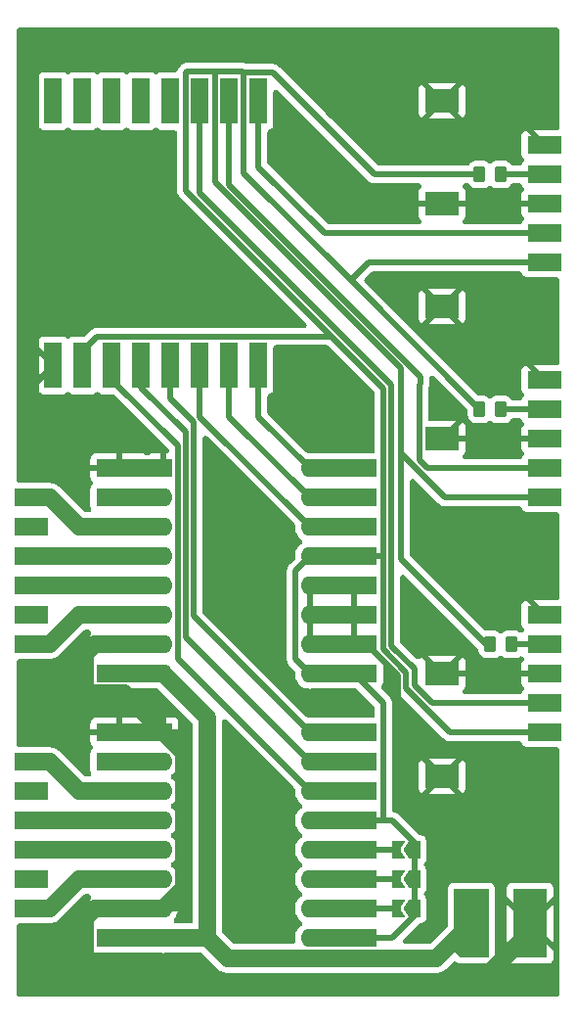
<source format=gbr>
G04 #@! TF.GenerationSoftware,KiCad,Pcbnew,7.0.7*
G04 #@! TF.CreationDate,2023-09-14T14:30:20-04:00*
G04 #@! TF.ProjectId,monoCtrl,6d6f6e6f-4374-4726-9c2e-6b696361645f,rev?*
G04 #@! TF.SameCoordinates,Original*
G04 #@! TF.FileFunction,Copper,L1,Top*
G04 #@! TF.FilePolarity,Positive*
%FSLAX46Y46*%
G04 Gerber Fmt 4.6, Leading zero omitted, Abs format (unit mm)*
G04 Created by KiCad (PCBNEW 7.0.7) date 2023-09-14 14:30:20*
%MOMM*%
%LPD*%
G01*
G04 APERTURE LIST*
G04 Aperture macros list*
%AMRoundRect*
0 Rectangle with rounded corners*
0 $1 Rounding radius*
0 $2 $3 $4 $5 $6 $7 $8 $9 X,Y pos of 4 corners*
0 Add a 4 corners polygon primitive as box body*
4,1,4,$2,$3,$4,$5,$6,$7,$8,$9,$2,$3,0*
0 Add four circle primitives for the rounded corners*
1,1,$1+$1,$2,$3*
1,1,$1+$1,$4,$5*
1,1,$1+$1,$6,$7*
1,1,$1+$1,$8,$9*
0 Add four rect primitives between the rounded corners*
20,1,$1+$1,$2,$3,$4,$5,0*
20,1,$1+$1,$4,$5,$6,$7,0*
20,1,$1+$1,$6,$7,$8,$9,0*
20,1,$1+$1,$8,$9,$2,$3,0*%
%AMOutline5P*
0 Free polygon, 5 corners , with rotation*
0 The origin of the aperture is its center*
0 number of corners: always 5*
0 $1 to $10 corner X, Y*
0 $11 Rotation angle, in degrees counterclockwise*
0 create outline with 5 corners*
4,1,5,$1,$2,$3,$4,$5,$6,$7,$8,$9,$10,$1,$2,$11*%
%AMOutline6P*
0 Free polygon, 6 corners , with rotation*
0 The origin of the aperture is its center*
0 number of corners: always 6*
0 $1 to $12 corner X, Y*
0 $13 Rotation angle, in degrees counterclockwise*
0 create outline with 6 corners*
4,1,6,$1,$2,$3,$4,$5,$6,$7,$8,$9,$10,$11,$12,$1,$2,$13*%
%AMOutline7P*
0 Free polygon, 7 corners , with rotation*
0 The origin of the aperture is its center*
0 number of corners: always 7*
0 $1 to $14 corner X, Y*
0 $15 Rotation angle, in degrees counterclockwise*
0 create outline with 7 corners*
4,1,7,$1,$2,$3,$4,$5,$6,$7,$8,$9,$10,$11,$12,$13,$14,$1,$2,$15*%
%AMOutline8P*
0 Free polygon, 8 corners , with rotation*
0 The origin of the aperture is its center*
0 number of corners: always 8*
0 $1 to $16 corner X, Y*
0 $17 Rotation angle, in degrees counterclockwise*
0 create outline with 8 corners*
4,1,8,$1,$2,$3,$4,$5,$6,$7,$8,$9,$10,$11,$12,$13,$14,$15,$16,$1,$2,$17*%
%AMFreePoly0*
4,1,6,1.000000,0.000000,0.500000,-0.750000,-0.500000,-0.750000,-0.500000,0.750000,0.500000,0.750000,1.000000,0.000000,1.000000,0.000000,$1*%
%AMFreePoly1*
4,1,6,0.500000,-0.750000,-0.650000,-0.750000,-0.150000,0.000000,-0.650000,0.750000,0.500000,0.750000,0.500000,-0.750000,0.500000,-0.750000,$1*%
G04 Aperture macros list end*
G04 #@! TA.AperFunction,SMDPad,CuDef*
%ADD10R,3.000000X2.000000*%
G04 #@! TD*
G04 #@! TA.AperFunction,SMDPad,CuDef*
%ADD11R,3.000000X1.524000*%
G04 #@! TD*
G04 #@! TA.AperFunction,SMDPad,CuDef*
%ADD12R,1.524000X4.000000*%
G04 #@! TD*
G04 #@! TA.AperFunction,SMDPad,CuDef*
%ADD13FreePoly0,180.000000*%
G04 #@! TD*
G04 #@! TA.AperFunction,SMDPad,CuDef*
%ADD14FreePoly1,180.000000*%
G04 #@! TD*
G04 #@! TA.AperFunction,SMDPad,CuDef*
%ADD15Outline5P,-3.000000X0.900000X-2.400000X1.500000X3.000000X1.500000X3.000000X-1.500000X-3.000000X-1.500000X90.000000*%
G04 #@! TD*
G04 #@! TA.AperFunction,SMDPad,CuDef*
%ADD16R,3.000000X6.000000*%
G04 #@! TD*
G04 #@! TA.AperFunction,SMDPad,CuDef*
%ADD17RoundRect,0.250000X-0.262500X-0.450000X0.262500X-0.450000X0.262500X0.450000X-0.262500X0.450000X0*%
G04 #@! TD*
G04 #@! TA.AperFunction,SMDPad,CuDef*
%ADD18R,4.000000X1.500000*%
G04 #@! TD*
G04 #@! TA.AperFunction,ComponentPad*
%ADD19R,1.600000X1.600000*%
G04 #@! TD*
G04 #@! TA.AperFunction,ComponentPad*
%ADD20O,1.600000X1.600000*%
G04 #@! TD*
G04 #@! TA.AperFunction,ViaPad*
%ADD21C,0.800000*%
G04 #@! TD*
G04 #@! TA.AperFunction,Conductor*
%ADD22C,0.500000*%
G04 #@! TD*
G04 #@! TA.AperFunction,Conductor*
%ADD23C,1.500000*%
G04 #@! TD*
G04 APERTURE END LIST*
D10*
X88900000Y-138430000D03*
X88900000Y-129540000D03*
D11*
X97790000Y-104140000D03*
X97790000Y-106680000D03*
X97790000Y-109220000D03*
X97790000Y-111760000D03*
X97790000Y-114300000D03*
D10*
X88900000Y-109220000D03*
X88900000Y-97790000D03*
X88900000Y-88900000D03*
X88900000Y-80010000D03*
D12*
X55245000Y-102870000D03*
X57785000Y-102870000D03*
X60325000Y-102870000D03*
X62865000Y-102870000D03*
X65405000Y-102870000D03*
X67945000Y-102870000D03*
X70485000Y-102870000D03*
X73025000Y-102870000D03*
X73025000Y-80010000D03*
X70485000Y-80010000D03*
X67945000Y-80010000D03*
X65405000Y-80010000D03*
X62865000Y-80010000D03*
X60325000Y-80010000D03*
X57785000Y-80010000D03*
X55245000Y-80010000D03*
D13*
X86540000Y-147320000D03*
D14*
X85090000Y-147320000D03*
D15*
X91440000Y-151130000D03*
D16*
X96520000Y-151130000D03*
D17*
X93067500Y-127000000D03*
X94892500Y-127000000D03*
D18*
X60960000Y-134620000D03*
D19*
X64770000Y-134620000D03*
D18*
X60960000Y-137160000D03*
D20*
X64770000Y-137160000D03*
D18*
X60960000Y-139700000D03*
D20*
X64770000Y-139700000D03*
D18*
X60960000Y-142240000D03*
D20*
X64770000Y-142240000D03*
D18*
X60960000Y-144780000D03*
D20*
X64770000Y-144780000D03*
D18*
X60960000Y-147320000D03*
D20*
X64770000Y-147320000D03*
D18*
X60960000Y-149860000D03*
D20*
X64770000Y-149860000D03*
D18*
X60960000Y-152400000D03*
D20*
X64770000Y-152400000D03*
X77470000Y-152400000D03*
D18*
X81280000Y-152400000D03*
D20*
X77470000Y-149860000D03*
D18*
X81280000Y-149860000D03*
D20*
X77470000Y-147320000D03*
D18*
X81280000Y-147320000D03*
D20*
X77470000Y-144780000D03*
D18*
X81280000Y-144780000D03*
D20*
X77470000Y-142240000D03*
D18*
X81280000Y-142240000D03*
D20*
X77470000Y-139700000D03*
D18*
X81280000Y-139700000D03*
D20*
X77470000Y-137160000D03*
D18*
X81280000Y-137160000D03*
D20*
X77470000Y-134620000D03*
D18*
X81280000Y-134620000D03*
D17*
X92155000Y-106680000D03*
X93980000Y-106680000D03*
D11*
X97790000Y-124460000D03*
X97790000Y-127000000D03*
X97790000Y-129540000D03*
X97790000Y-132080000D03*
X97790000Y-134620000D03*
X53340000Y-149860000D03*
X53340000Y-147320000D03*
X53340000Y-144780000D03*
X53340000Y-142240000D03*
X53340000Y-139700000D03*
X53340000Y-137160000D03*
X97790000Y-83820000D03*
X97790000Y-86360000D03*
X97790000Y-88900000D03*
X97790000Y-91440000D03*
X97790000Y-93980000D03*
X53340000Y-127000000D03*
X53340000Y-124460000D03*
X53340000Y-121920000D03*
X53340000Y-119380000D03*
X53340000Y-116840000D03*
X53340000Y-114300000D03*
D17*
X93980000Y-86360000D03*
X92155000Y-86360000D03*
D13*
X86540000Y-149860000D03*
D14*
X85090000Y-149860000D03*
D13*
X86540000Y-144780000D03*
D14*
X85090000Y-144780000D03*
D18*
X60960000Y-111760000D03*
D19*
X64770000Y-111760000D03*
D18*
X60960000Y-114300000D03*
D20*
X64770000Y-114300000D03*
D18*
X60960000Y-116840000D03*
D20*
X64770000Y-116840000D03*
D18*
X60960000Y-119380000D03*
D20*
X64770000Y-119380000D03*
D18*
X60960000Y-121920000D03*
D20*
X64770000Y-121920000D03*
D18*
X60960000Y-124460000D03*
D20*
X64770000Y-124460000D03*
D18*
X60960000Y-127000000D03*
D20*
X64770000Y-127000000D03*
D18*
X60960000Y-129540000D03*
D20*
X64770000Y-129540000D03*
X77470000Y-129540000D03*
D18*
X81280000Y-129540000D03*
D20*
X77470000Y-127000000D03*
D18*
X81280000Y-127000000D03*
D20*
X77470000Y-124460000D03*
D18*
X81280000Y-124460000D03*
D20*
X77470000Y-121920000D03*
D18*
X81280000Y-121920000D03*
D20*
X77470000Y-119380000D03*
D18*
X81280000Y-119380000D03*
D20*
X77470000Y-116840000D03*
D18*
X81280000Y-116840000D03*
D20*
X77470000Y-114300000D03*
D18*
X81280000Y-114300000D03*
D20*
X77470000Y-111760000D03*
D18*
X81280000Y-111760000D03*
D21*
X71120000Y-120650000D03*
X71120000Y-143510000D03*
X77470000Y-107950000D03*
D22*
X85090000Y-134620000D02*
X88900000Y-138430000D01*
X85090000Y-129700000D02*
X85090000Y-134620000D01*
X81280000Y-127000000D02*
X82390000Y-127000000D01*
X88040000Y-132080000D02*
X97790000Y-132080000D01*
X86490000Y-130529999D02*
X88040000Y-132080000D01*
X84520000Y-127150101D02*
X86490000Y-129120102D01*
X84520000Y-104559949D02*
X84520000Y-127150101D01*
X67945000Y-80010000D02*
X67945000Y-87984949D01*
X85790000Y-129410051D02*
X85790000Y-130819949D01*
X67945000Y-87984949D02*
X84520000Y-104559949D01*
X82390000Y-127000000D02*
X85090000Y-129700000D01*
X83820000Y-127440050D02*
X85790000Y-129410051D01*
X83820000Y-119380000D02*
X83820000Y-127440050D01*
X85790000Y-130819949D02*
X89590051Y-134620000D01*
X89590051Y-134620000D02*
X97790000Y-134620000D01*
X86490000Y-129120102D02*
X86490000Y-130529999D01*
X66733000Y-87762899D02*
X79340101Y-100370000D01*
X66823000Y-77470000D02*
X66733000Y-77560000D01*
X66733000Y-77560000D02*
X66733000Y-87762899D01*
X69363000Y-77470000D02*
X66823000Y-77470000D01*
X88900000Y-129540000D02*
X97790000Y-129540000D01*
X97790000Y-114300000D02*
X89166000Y-114300000D01*
X85356000Y-103136000D02*
X85356000Y-110490000D01*
X85356000Y-110490000D02*
X85356000Y-119646000D01*
X89166000Y-114300000D02*
X85356000Y-110490000D01*
X92710000Y-127000000D02*
X93067500Y-127000000D01*
X85356000Y-119646000D02*
X92710000Y-127000000D01*
X69273000Y-77560000D02*
X69273000Y-87053000D01*
X69273000Y-87053000D02*
X85356000Y-103136000D01*
X69363000Y-77470000D02*
X69273000Y-77560000D01*
X71607000Y-77470000D02*
X69363000Y-77470000D01*
X71697000Y-77560000D02*
X71607000Y-77470000D01*
X87630000Y-111760000D02*
X97790000Y-111760000D01*
X86950000Y-111080000D02*
X87630000Y-111760000D01*
X86950000Y-104539950D02*
X86950000Y-111080000D01*
X87060000Y-104429950D02*
X86950000Y-104539950D01*
X87060000Y-103850050D02*
X87060000Y-104429950D01*
X70485000Y-80010000D02*
X70485000Y-87275050D01*
X83820000Y-104849899D02*
X83820000Y-119380000D01*
X79340101Y-100370000D02*
X83820000Y-104849899D01*
X59047000Y-100370000D02*
X79340101Y-100370000D01*
X57785000Y-101632000D02*
X59047000Y-100370000D01*
X70485000Y-87275050D02*
X87060000Y-103850050D01*
X57785000Y-102870000D02*
X57785000Y-101632000D01*
X88900000Y-88900000D02*
X83820000Y-88900000D01*
X88900000Y-88900000D02*
X97790000Y-88900000D01*
X88900000Y-109220000D02*
X97790000Y-109220000D01*
X78740000Y-91440000D02*
X97790000Y-91440000D01*
X73025000Y-85725000D02*
X78740000Y-91440000D01*
X73025000Y-80010000D02*
X73025000Y-85725000D01*
X74237000Y-77560000D02*
X71697000Y-77560000D01*
X83037000Y-86360000D02*
X74237000Y-77560000D01*
X92155000Y-86360000D02*
X83037000Y-86360000D01*
X82550000Y-93980000D02*
X81002500Y-95527500D01*
X97790000Y-93980000D02*
X82550000Y-93980000D01*
X81002500Y-95527500D02*
X71697000Y-86222000D01*
X92155000Y-106680000D02*
X81002500Y-95527500D01*
X71697000Y-86222000D02*
X71697000Y-77560000D01*
X81280000Y-119380000D02*
X83820000Y-119380000D01*
X97790000Y-106680000D02*
X93980000Y-106680000D01*
X97790000Y-127000000D02*
X94892500Y-127000000D01*
X97790000Y-86360000D02*
X93980000Y-86360000D01*
D23*
X54920000Y-149860000D02*
X53340000Y-149860000D01*
X57460000Y-147320000D02*
X54920000Y-149860000D01*
X60960000Y-147320000D02*
X57460000Y-147320000D01*
X60960000Y-144780000D02*
X53340000Y-144780000D01*
X60960000Y-142240000D02*
X53340000Y-142240000D01*
X57460000Y-139700000D02*
X54920000Y-137160000D01*
X54920000Y-137160000D02*
X53340000Y-137160000D01*
X60960000Y-139700000D02*
X57460000Y-139700000D01*
X54920000Y-127000000D02*
X53340000Y-127000000D01*
X57460000Y-124460000D02*
X54920000Y-127000000D01*
X60960000Y-124460000D02*
X57460000Y-124460000D01*
X60960000Y-121920000D02*
X53340000Y-121920000D01*
X60960000Y-119380000D02*
X53340000Y-119380000D01*
X57460000Y-116840000D02*
X54920000Y-114300000D01*
X60960000Y-116840000D02*
X57460000Y-116840000D01*
X54920000Y-114300000D02*
X53340000Y-114300000D01*
X60960000Y-111760000D02*
X64770000Y-111760000D01*
X58850000Y-149860000D02*
X58010000Y-150700000D01*
X60960000Y-149860000D02*
X64770000Y-149860000D01*
X58010000Y-131240000D02*
X58010000Y-127840000D01*
X64770000Y-149860000D02*
X66520000Y-148110000D01*
X66520000Y-148110000D02*
X66520000Y-136370000D01*
X92203504Y-156210000D02*
X96520000Y-151893504D01*
X60960000Y-134620000D02*
X64770000Y-134620000D01*
X60960000Y-149860000D02*
X58850000Y-149860000D01*
X58010000Y-154100000D02*
X60120000Y-156210000D01*
X60120000Y-156210000D02*
X92203504Y-156210000D01*
X96520000Y-151893504D02*
X96520000Y-151130000D01*
X58010000Y-150700000D02*
X58010000Y-154100000D01*
X58850000Y-127000000D02*
X58010000Y-127840000D01*
X60960000Y-127000000D02*
X64770000Y-127000000D01*
X77470000Y-121920000D02*
X81280000Y-121920000D01*
X81280000Y-124460000D02*
X77470000Y-124460000D01*
X77470000Y-127000000D02*
X81280000Y-127000000D01*
X66520000Y-136370000D02*
X61390000Y-131240000D01*
X60960000Y-127000000D02*
X58850000Y-127000000D01*
X61390000Y-131240000D02*
X58010000Y-131240000D01*
X64770000Y-137160000D02*
X60960000Y-137160000D01*
X60960000Y-139700000D02*
X64770000Y-139700000D01*
X64770000Y-142240000D02*
X60960000Y-142240000D01*
X60960000Y-144780000D02*
X64770000Y-144780000D01*
X64770000Y-147320000D02*
X60960000Y-147320000D01*
X60960000Y-152400000D02*
X64770000Y-152400000D01*
X88420000Y-154150000D02*
X91440000Y-151130000D01*
X70330000Y-154150000D02*
X88420000Y-154150000D01*
X68580000Y-133350000D02*
X68580000Y-152400000D01*
X60960000Y-129540000D02*
X64770000Y-129540000D01*
X68580000Y-152400000D02*
X64770000Y-152400000D01*
X68580000Y-152400000D02*
X70330000Y-154150000D01*
X64770000Y-129540000D02*
X68580000Y-133350000D01*
X81280000Y-129540000D02*
X77470000Y-129540000D01*
X77470000Y-152400000D02*
X81280000Y-152400000D01*
D22*
X76220000Y-120630000D02*
X76220000Y-128290000D01*
X77470000Y-119380000D02*
X76220000Y-120630000D01*
X81280000Y-129540000D02*
X83820000Y-132080000D01*
X83820000Y-132080000D02*
X83820000Y-142240000D01*
X86540000Y-144780000D02*
X86540000Y-147320000D01*
D23*
X77470000Y-142240000D02*
X81280000Y-142240000D01*
D22*
X84586396Y-152400000D02*
X81280000Y-152400000D01*
X86540000Y-144780000D02*
X86540000Y-144193604D01*
X86540000Y-147320000D02*
X86540000Y-149860000D01*
D23*
X81280000Y-119380000D02*
X77470000Y-119380000D01*
D22*
X83820000Y-142240000D02*
X81280000Y-142240000D01*
X76220000Y-128290000D02*
X77470000Y-129540000D01*
X86540000Y-150446396D02*
X84586396Y-152400000D01*
X86540000Y-144193604D02*
X84586396Y-142240000D01*
X86540000Y-149860000D02*
X86540000Y-150446396D01*
X84586396Y-142240000D02*
X83820000Y-142240000D01*
D23*
X81280000Y-149860000D02*
X77470000Y-149860000D01*
D22*
X85090000Y-149860000D02*
X81280000Y-149860000D01*
D23*
X77470000Y-147320000D02*
X81280000Y-147320000D01*
D22*
X85090000Y-147320000D02*
X81280000Y-147320000D01*
D23*
X81280000Y-144780000D02*
X77470000Y-144780000D01*
D22*
X85090000Y-144780000D02*
X81280000Y-144780000D01*
X60325000Y-102870000D02*
X60325000Y-104108000D01*
X66020000Y-109803000D02*
X66020000Y-128250000D01*
X66020000Y-128250000D02*
X77470000Y-139700000D01*
X60325000Y-104108000D02*
X66020000Y-109803000D01*
D23*
X81280000Y-139700000D02*
X77470000Y-139700000D01*
D22*
X66720000Y-126410000D02*
X66720000Y-108630000D01*
D23*
X77470000Y-137160000D02*
X81280000Y-137160000D01*
D22*
X66720000Y-108630000D02*
X62865000Y-104775000D01*
X62865000Y-104775000D02*
X62865000Y-102870000D01*
X77470000Y-137160000D02*
X66720000Y-126410000D01*
X77470000Y-134620000D02*
X67420000Y-124570000D01*
X65405000Y-105764950D02*
X65405000Y-102870000D01*
X67420000Y-124570000D02*
X67420000Y-107779950D01*
D23*
X81280000Y-134620000D02*
X77470000Y-134620000D01*
D22*
X67420000Y-107779950D02*
X65405000Y-105764950D01*
D23*
X64770000Y-114300000D02*
X60960000Y-114300000D01*
X60960000Y-116840000D02*
X64770000Y-116840000D01*
X60960000Y-119380000D02*
X64770000Y-119380000D01*
X60960000Y-121920000D02*
X64770000Y-121920000D01*
X60960000Y-124460000D02*
X64770000Y-124460000D01*
D22*
X77470000Y-116840000D02*
X67945000Y-107315000D01*
X67945000Y-107315000D02*
X67945000Y-102870000D01*
D23*
X77470000Y-116840000D02*
X81280000Y-116840000D01*
D22*
X77470000Y-114300000D02*
X70485000Y-107315000D01*
X70485000Y-107315000D02*
X70485000Y-102870000D01*
D23*
X81280000Y-114300000D02*
X77470000Y-114300000D01*
X77470000Y-111760000D02*
X81280000Y-111760000D01*
D22*
X73025000Y-107315000D02*
X77470000Y-111760000D01*
X73025000Y-102870000D02*
X73025000Y-107315000D01*
G04 #@! TA.AperFunction,Conductor*
G36*
X84124787Y-128833010D02*
G01*
X84205568Y-128886986D01*
X84205569Y-128886986D01*
X84966570Y-129647987D01*
X85020546Y-129728769D01*
X85039500Y-129824057D01*
X85039500Y-130747137D01*
X85036871Y-130783224D01*
X85034711Y-130797967D01*
X85034711Y-130797971D01*
X85039026Y-130847301D01*
X85039500Y-130858155D01*
X85039500Y-130863657D01*
X85043306Y-130896224D01*
X85050000Y-130972745D01*
X85052213Y-130983464D01*
X85054759Y-130994204D01*
X85081025Y-131066371D01*
X85105186Y-131139284D01*
X85109850Y-131149287D01*
X85114759Y-131159060D01*
X85114763Y-131159066D01*
X85156965Y-131223232D01*
X85197288Y-131288605D01*
X85197290Y-131288607D01*
X85204096Y-131297216D01*
X85211171Y-131305647D01*
X85267018Y-131358336D01*
X89007882Y-135099198D01*
X89031539Y-135126573D01*
X89040440Y-135138529D01*
X89078363Y-135170351D01*
X89086366Y-135177683D01*
X89090270Y-135181586D01*
X89090275Y-135181591D01*
X89115998Y-135201930D01*
X89174837Y-135251302D01*
X89174839Y-135251303D01*
X89184022Y-135257342D01*
X89193371Y-135263109D01*
X89193374Y-135263111D01*
X89262986Y-135295572D01*
X89262987Y-135295572D01*
X89331615Y-135330039D01*
X89341948Y-135333799D01*
X89352371Y-135337253D01*
X89352379Y-135337257D01*
X89427609Y-135352790D01*
X89502330Y-135370500D01*
X89502336Y-135370500D01*
X89513223Y-135371773D01*
X89524186Y-135372731D01*
X89524196Y-135372734D01*
X89598669Y-135370566D01*
X89600970Y-135370500D01*
X95578647Y-135370500D01*
X95673935Y-135389454D01*
X95754717Y-135443430D01*
X95808693Y-135524212D01*
X95811942Y-135532469D01*
X95846204Y-135624331D01*
X95932454Y-135739546D01*
X96047669Y-135825796D01*
X96182517Y-135876091D01*
X96242127Y-135882500D01*
X98810500Y-135882499D01*
X98905788Y-135901453D01*
X98986570Y-135955429D01*
X99040546Y-136036211D01*
X99059500Y-136131499D01*
X99059500Y-157230500D01*
X99040546Y-157325788D01*
X98986570Y-157406570D01*
X98905788Y-157460546D01*
X98810500Y-157479500D01*
X52319500Y-157479500D01*
X52224212Y-157460546D01*
X52143430Y-157406570D01*
X52089454Y-157325788D01*
X52070500Y-157230500D01*
X52070500Y-151371499D01*
X52089454Y-151276211D01*
X52143430Y-151195429D01*
X52224212Y-151141453D01*
X52319500Y-151122499D01*
X54887866Y-151122499D01*
X54887872Y-151122499D01*
X54947483Y-151116091D01*
X54947500Y-151116084D01*
X54950778Y-151115311D01*
X54985726Y-151109638D01*
X55008468Y-151107591D01*
X55018128Y-151106722D01*
X55057151Y-151104091D01*
X55116412Y-151100096D01*
X55116425Y-151100092D01*
X55127457Y-151098346D01*
X55127505Y-151098649D01*
X55133230Y-151097676D01*
X55133176Y-151097375D01*
X55144176Y-151095378D01*
X55144188Y-151095377D01*
X55212331Y-151076570D01*
X55239166Y-151069164D01*
X55286923Y-151057130D01*
X55334683Y-151045096D01*
X55334686Y-151045094D01*
X55345239Y-151041402D01*
X55345340Y-151041691D01*
X55350797Y-151039713D01*
X55350690Y-151039426D01*
X55361166Y-151035494D01*
X55361165Y-151035494D01*
X55361170Y-151035493D01*
X55428757Y-151002945D01*
X55449936Y-150992746D01*
X55505415Y-150967546D01*
X55539626Y-150952007D01*
X55539630Y-150952003D01*
X55549358Y-150946485D01*
X55549509Y-150946751D01*
X55554530Y-150943827D01*
X55554373Y-150943564D01*
X55563964Y-150937833D01*
X55563973Y-150937829D01*
X55615352Y-150900500D01*
X55643676Y-150879922D01*
X55689393Y-150848248D01*
X55724654Y-150823820D01*
X55724662Y-150823811D01*
X55733244Y-150816648D01*
X55733440Y-150816882D01*
X55737849Y-150813117D01*
X55737648Y-150812887D01*
X55746068Y-150805528D01*
X55746078Y-150805522D01*
X55814153Y-150734320D01*
X57905043Y-148643430D01*
X57985826Y-148589454D01*
X58081114Y-148570500D01*
X58268947Y-148570500D01*
X58364235Y-148589454D01*
X58445017Y-148643430D01*
X58498993Y-148724212D01*
X58517947Y-148819500D01*
X58502248Y-148906515D01*
X58466403Y-149002618D01*
X58466401Y-149002628D01*
X58460000Y-149062167D01*
X58460000Y-149609999D01*
X58460001Y-149610000D01*
X64116014Y-149610000D01*
X64211302Y-149628954D01*
X64292084Y-149682930D01*
X64346060Y-149763712D01*
X64365014Y-149859000D01*
X64365014Y-149861000D01*
X64346060Y-149956288D01*
X64292084Y-150037070D01*
X64211302Y-150091046D01*
X64116014Y-150110000D01*
X58460001Y-150110000D01*
X58460000Y-150110001D01*
X58460000Y-150657832D01*
X58466401Y-150717371D01*
X58466403Y-150717378D01*
X58516647Y-150852089D01*
X58612672Y-150980362D01*
X58654603Y-151068002D01*
X58659804Y-151165018D01*
X58627482Y-151256639D01*
X58612672Y-151278804D01*
X58516205Y-151407667D01*
X58465908Y-151542518D01*
X58459500Y-151602123D01*
X58459500Y-153197865D01*
X58459501Y-153197869D01*
X58465908Y-153257480D01*
X58465909Y-153257483D01*
X58516204Y-153392331D01*
X58602454Y-153507546D01*
X58717669Y-153593796D01*
X58852517Y-153644091D01*
X58912127Y-153650500D01*
X60827374Y-153650499D01*
X60827388Y-153650500D01*
X60847453Y-153650500D01*
X64379399Y-153650500D01*
X64443843Y-153658984D01*
X64498885Y-153673732D01*
X64543308Y-153685635D01*
X64562984Y-153687356D01*
X64769994Y-153705468D01*
X64770000Y-153705468D01*
X64770006Y-153705468D01*
X64949668Y-153689749D01*
X64996692Y-153685635D01*
X65053978Y-153670285D01*
X65096157Y-153658984D01*
X65160601Y-153650500D01*
X67958886Y-153650500D01*
X68054174Y-153669454D01*
X68134956Y-153723430D01*
X69391162Y-154979636D01*
X69400470Y-154990052D01*
X69422492Y-155017666D01*
X69422499Y-155017672D01*
X69472363Y-155061237D01*
X69478480Y-155066955D01*
X69485470Y-155073944D01*
X69485480Y-155073953D01*
X69517812Y-155100945D01*
X69592002Y-155165764D01*
X69601053Y-155172340D01*
X69600874Y-155172585D01*
X69605614Y-155175947D01*
X69605787Y-155175698D01*
X69614974Y-155182063D01*
X69614980Y-155182066D01*
X69614982Y-155182068D01*
X69700663Y-155230685D01*
X69785236Y-155281215D01*
X69785239Y-155281216D01*
X69795307Y-155286065D01*
X69795175Y-155286338D01*
X69800447Y-155288805D01*
X69800573Y-155288529D01*
X69810752Y-155293152D01*
X69810755Y-155293154D01*
X69810757Y-155293154D01*
X69810760Y-155293156D01*
X69903176Y-155325493D01*
X69903762Y-155325698D01*
X69995976Y-155360307D01*
X69995987Y-155360309D01*
X70006758Y-155363282D01*
X70006676Y-155363577D01*
X70012297Y-155365060D01*
X70012372Y-155364765D01*
X70023214Y-155367497D01*
X70023216Y-155367497D01*
X70023218Y-155367498D01*
X70120539Y-155382912D01*
X70217453Y-155400500D01*
X70217457Y-155400500D01*
X70228592Y-155401503D01*
X70228564Y-155401804D01*
X70234357Y-155402260D01*
X70234378Y-155401959D01*
X70245537Y-155402711D01*
X70245540Y-155402710D01*
X70245541Y-155402711D01*
X70344048Y-155400500D01*
X88342782Y-155400500D01*
X88356717Y-155401282D01*
X88391827Y-155405238D01*
X88457919Y-155400781D01*
X88466294Y-155400500D01*
X88476148Y-155400500D01*
X88476155Y-155400500D01*
X88509909Y-155397461D01*
X88518124Y-155396722D01*
X88530409Y-155395893D01*
X88616412Y-155390096D01*
X88616423Y-155390093D01*
X88627457Y-155388346D01*
X88627505Y-155388649D01*
X88633230Y-155387676D01*
X88633176Y-155387375D01*
X88644176Y-155385378D01*
X88644188Y-155385377D01*
X88718871Y-155364765D01*
X88739166Y-155359164D01*
X88786923Y-155347130D01*
X88834683Y-155335096D01*
X88834686Y-155335094D01*
X88845239Y-155331402D01*
X88845340Y-155331691D01*
X88850797Y-155329713D01*
X88850690Y-155329426D01*
X88861166Y-155325494D01*
X88861165Y-155325494D01*
X88861170Y-155325493D01*
X88919571Y-155297368D01*
X88949936Y-155282746D01*
X88994780Y-155262376D01*
X89039626Y-155242007D01*
X89039630Y-155242003D01*
X89049358Y-155236485D01*
X89049509Y-155236751D01*
X89054530Y-155233827D01*
X89054373Y-155233564D01*
X89063964Y-155227833D01*
X89063973Y-155227829D01*
X89085385Y-155212271D01*
X89143676Y-155169922D01*
X89189393Y-155138248D01*
X89224654Y-155113820D01*
X89224662Y-155113811D01*
X89233244Y-155106648D01*
X89233440Y-155106882D01*
X89237849Y-155103117D01*
X89237648Y-155102887D01*
X89246068Y-155095528D01*
X89246078Y-155095522D01*
X89314153Y-155024320D01*
X89844262Y-154494210D01*
X89925041Y-154440237D01*
X90020329Y-154421283D01*
X90115617Y-154440237D01*
X90196395Y-154494210D01*
X90215069Y-154512884D01*
X90281984Y-154564864D01*
X90281987Y-154564866D01*
X90281989Y-154564867D01*
X90414945Y-154619938D01*
X90414950Y-154619940D01*
X90499023Y-154630500D01*
X92987872Y-154630499D01*
X93047483Y-154624091D01*
X93182331Y-154573796D01*
X93297546Y-154487546D01*
X93383796Y-154372331D01*
X93434091Y-154237483D01*
X93440500Y-154177873D01*
X93440500Y-154177832D01*
X94520000Y-154177832D01*
X94526401Y-154237371D01*
X94526403Y-154237378D01*
X94576646Y-154372087D01*
X94662810Y-154487187D01*
X94662812Y-154487189D01*
X94777912Y-154573353D01*
X94912621Y-154623596D01*
X94912628Y-154623598D01*
X94972167Y-154629999D01*
X94972175Y-154630000D01*
X98067825Y-154630000D01*
X98067832Y-154629999D01*
X98127371Y-154623598D01*
X98127378Y-154623596D01*
X98262087Y-154573353D01*
X98377187Y-154487189D01*
X98377189Y-154487187D01*
X98463353Y-154372087D01*
X98513596Y-154237378D01*
X98513598Y-154237371D01*
X98519999Y-154177832D01*
X98520000Y-154177825D01*
X98520000Y-153483554D01*
X96519999Y-151483553D01*
X94520000Y-153483553D01*
X94520000Y-154177832D01*
X93440500Y-154177832D01*
X93440499Y-149483551D01*
X94520000Y-149483551D01*
X94520000Y-152776446D01*
X96166447Y-151129999D01*
X96873552Y-151129999D01*
X98519999Y-152776446D01*
X98520000Y-152776446D01*
X98519999Y-149483552D01*
X96873552Y-151129999D01*
X96166447Y-151129999D01*
X94520000Y-149483551D01*
X93440499Y-149483551D01*
X93440499Y-148776446D01*
X94520000Y-148776446D01*
X96520000Y-150776446D01*
X98520000Y-148776446D01*
X98520000Y-148082174D01*
X98519999Y-148082167D01*
X98513598Y-148022628D01*
X98513596Y-148022621D01*
X98463353Y-147887912D01*
X98377189Y-147772812D01*
X98377187Y-147772810D01*
X98262087Y-147686646D01*
X98127378Y-147636403D01*
X98127371Y-147636401D01*
X98067832Y-147630000D01*
X94972167Y-147630000D01*
X94912628Y-147636401D01*
X94912621Y-147636403D01*
X94777912Y-147686646D01*
X94662812Y-147772810D01*
X94662810Y-147772812D01*
X94576646Y-147887912D01*
X94526403Y-148022621D01*
X94526401Y-148022628D01*
X94520000Y-148082167D01*
X94520000Y-148776446D01*
X93440499Y-148776446D01*
X93440499Y-148082128D01*
X93434091Y-148022517D01*
X93383796Y-147887669D01*
X93297546Y-147772454D01*
X93182331Y-147686204D01*
X93102117Y-147656286D01*
X93047481Y-147635908D01*
X92987873Y-147629500D01*
X89892134Y-147629500D01*
X89892130Y-147629500D01*
X89892128Y-147629501D01*
X89879314Y-147630878D01*
X89832519Y-147635908D01*
X89832515Y-147635909D01*
X89697670Y-147686203D01*
X89582455Y-147772453D01*
X89582453Y-147772455D01*
X89496204Y-147887669D01*
X89445908Y-148022518D01*
X89439500Y-148082123D01*
X89439500Y-151258885D01*
X89420546Y-151354173D01*
X89366570Y-151434955D01*
X87974956Y-152826570D01*
X87894174Y-152880546D01*
X87798886Y-152899500D01*
X85749404Y-152899500D01*
X85654116Y-152880546D01*
X85573334Y-152826570D01*
X85519358Y-152745788D01*
X85500404Y-152650500D01*
X85519358Y-152555212D01*
X85573334Y-152474430D01*
X86859186Y-151188577D01*
X86939968Y-151134601D01*
X87035256Y-151115647D01*
X87040004Y-151115647D01*
X87097568Y-151111529D01*
X87111961Y-151110500D01*
X87250053Y-151069953D01*
X87371128Y-150992143D01*
X87465377Y-150883373D01*
X87525165Y-150752457D01*
X87545647Y-150610000D01*
X87545647Y-149110000D01*
X87545611Y-149109500D01*
X87540500Y-149038039D01*
X87540499Y-149038037D01*
X87530102Y-149002628D01*
X87499953Y-148899947D01*
X87474250Y-148859953D01*
X87459260Y-148836627D01*
X87422143Y-148778872D01*
X87422140Y-148778869D01*
X87419488Y-148776571D01*
X87413759Y-148769196D01*
X87410479Y-148765411D01*
X87410681Y-148765235D01*
X87359885Y-148699847D01*
X87334180Y-148606155D01*
X87346286Y-148509757D01*
X87394361Y-148425330D01*
X87465377Y-148343373D01*
X87525165Y-148212457D01*
X87545647Y-148070000D01*
X87545647Y-146570000D01*
X87545611Y-146569500D01*
X87540500Y-146498039D01*
X87540499Y-146498037D01*
X87499954Y-146359950D01*
X87499952Y-146359945D01*
X87459260Y-146296627D01*
X87422143Y-146238872D01*
X87422140Y-146238869D01*
X87419488Y-146236571D01*
X87413759Y-146229196D01*
X87410479Y-146225411D01*
X87410681Y-146225235D01*
X87359885Y-146159847D01*
X87334180Y-146066155D01*
X87346286Y-145969757D01*
X87394361Y-145885330D01*
X87465377Y-145803373D01*
X87525165Y-145672457D01*
X87545647Y-145530000D01*
X87545647Y-144030000D01*
X87545611Y-144029500D01*
X87540500Y-143958039D01*
X87540499Y-143958037D01*
X87499954Y-143819950D01*
X87499952Y-143819945D01*
X87422142Y-143698871D01*
X87313372Y-143604622D01*
X87182460Y-143544836D01*
X87182457Y-143544835D01*
X87182456Y-143544834D01*
X87040000Y-143524353D01*
X87039996Y-143524353D01*
X87035257Y-143524353D01*
X87032590Y-143523822D01*
X87031128Y-143523718D01*
X87031141Y-143523534D01*
X86939969Y-143505399D01*
X86859187Y-143451423D01*
X85168558Y-141760794D01*
X85144900Y-141733417D01*
X85136005Y-141721469D01*
X85136002Y-141721466D01*
X85098089Y-141689653D01*
X85090086Y-141682321D01*
X85086177Y-141678413D01*
X85086176Y-141678412D01*
X85086173Y-141678409D01*
X85060436Y-141658059D01*
X85001610Y-141608698D01*
X85001607Y-141608696D01*
X84992420Y-141602654D01*
X84983074Y-141596890D01*
X84983073Y-141596889D01*
X84913453Y-141564424D01*
X84844829Y-141529960D01*
X84844828Y-141529959D01*
X84844825Y-141529958D01*
X84834495Y-141526197D01*
X84824065Y-141522741D01*
X84769145Y-141511401D01*
X84679659Y-141473569D01*
X84611462Y-141404371D01*
X84574937Y-141314343D01*
X84570500Y-141267546D01*
X84570500Y-139930000D01*
X87753553Y-139930000D01*
X90046447Y-139930000D01*
X88900000Y-138783553D01*
X87753553Y-139929999D01*
X87753553Y-139930000D01*
X84570500Y-139930000D01*
X84570500Y-139477832D01*
X86900000Y-139477832D01*
X86906401Y-139537371D01*
X86906403Y-139537378D01*
X86956646Y-139672087D01*
X87042810Y-139787187D01*
X87042812Y-139787189D01*
X87126560Y-139849884D01*
X88546445Y-138429999D01*
X89253553Y-138429999D01*
X90673438Y-139849884D01*
X90757184Y-139787192D01*
X90757189Y-139787187D01*
X90843353Y-139672087D01*
X90893596Y-139537378D01*
X90893598Y-139537371D01*
X90899999Y-139477832D01*
X90900000Y-139477824D01*
X90900000Y-137382175D01*
X90899999Y-137382167D01*
X90893598Y-137322628D01*
X90893596Y-137322621D01*
X90843353Y-137187912D01*
X90757189Y-137072812D01*
X90757182Y-137072805D01*
X90673439Y-137010113D01*
X89253553Y-138429999D01*
X88546445Y-138429999D01*
X87126560Y-137010114D01*
X87042813Y-137072809D01*
X87042810Y-137072812D01*
X86956646Y-137187912D01*
X86906403Y-137322621D01*
X86906401Y-137322628D01*
X86900000Y-137382167D01*
X86900000Y-139477832D01*
X84570500Y-139477832D01*
X84570500Y-136930000D01*
X87753553Y-136930000D01*
X88900000Y-138076446D01*
X90046447Y-136930000D01*
X87753553Y-136930000D01*
X84570500Y-136930000D01*
X84570500Y-132152811D01*
X84573129Y-132116721D01*
X84575289Y-132101977D01*
X84570973Y-132052652D01*
X84570500Y-132041805D01*
X84570500Y-132036289D01*
X84566691Y-132003707D01*
X84566690Y-132003706D01*
X84559998Y-131927202D01*
X84559995Y-131927193D01*
X84557772Y-131916423D01*
X84555242Y-131905747D01*
X84528973Y-131833573D01*
X84528973Y-131833572D01*
X84504814Y-131760665D01*
X84504811Y-131760661D01*
X84500164Y-131750693D01*
X84495237Y-131740882D01*
X84474133Y-131708796D01*
X84453029Y-131676709D01*
X84412711Y-131611344D01*
X84412710Y-131611343D01*
X84405893Y-131602721D01*
X84398830Y-131594303D01*
X84342965Y-131541598D01*
X83709355Y-130907987D01*
X83655379Y-130827206D01*
X83636425Y-130731918D01*
X83655379Y-130636630D01*
X83686089Y-130582700D01*
X83723796Y-130532331D01*
X83774091Y-130397483D01*
X83780500Y-130337873D01*
X83780499Y-129063054D01*
X83799453Y-128967768D01*
X83853429Y-128886987D01*
X83934211Y-128833010D01*
X84029499Y-128814056D01*
X84124787Y-128833010D01*
G37*
G04 #@! TD.AperFunction*
G04 #@! TA.AperFunction,Conductor*
G36*
X70174788Y-133492962D02*
G01*
X70255570Y-133546938D01*
X76102066Y-139393434D01*
X76156042Y-139474216D01*
X76174996Y-139569504D01*
X76174049Y-139591202D01*
X76164532Y-139700000D01*
X76164532Y-139700005D01*
X76184363Y-139926679D01*
X76184365Y-139926694D01*
X76243261Y-140146496D01*
X76243262Y-140146499D01*
X76339428Y-140352727D01*
X76339436Y-140352741D01*
X76469949Y-140539134D01*
X76469953Y-140539139D01*
X76630861Y-140700047D01*
X76630864Y-140700049D01*
X76630865Y-140700050D01*
X76725096Y-140766031D01*
X76792280Y-140836212D01*
X76827493Y-140926761D01*
X76825374Y-141023893D01*
X76786245Y-141112820D01*
X76725096Y-141173969D01*
X76630865Y-141239949D01*
X76469949Y-141400865D01*
X76339436Y-141587258D01*
X76339428Y-141587272D01*
X76243262Y-141793500D01*
X76243261Y-141793503D01*
X76184365Y-142013305D01*
X76184363Y-142013320D01*
X76164532Y-142239994D01*
X76164532Y-142240005D01*
X76184363Y-142466679D01*
X76184365Y-142466694D01*
X76243261Y-142686496D01*
X76243262Y-142686499D01*
X76339428Y-142892727D01*
X76339436Y-142892741D01*
X76469949Y-143079134D01*
X76469953Y-143079139D01*
X76630861Y-143240047D01*
X76630864Y-143240049D01*
X76630865Y-143240050D01*
X76725096Y-143306031D01*
X76792280Y-143376212D01*
X76827493Y-143466761D01*
X76825374Y-143563893D01*
X76786245Y-143652820D01*
X76725096Y-143713969D01*
X76630865Y-143779949D01*
X76469949Y-143940865D01*
X76339436Y-144127258D01*
X76339428Y-144127272D01*
X76243262Y-144333500D01*
X76243261Y-144333503D01*
X76184365Y-144553305D01*
X76184363Y-144553320D01*
X76164532Y-144779994D01*
X76164532Y-144780005D01*
X76184363Y-145006679D01*
X76184365Y-145006694D01*
X76243261Y-145226496D01*
X76243262Y-145226499D01*
X76339428Y-145432727D01*
X76339436Y-145432741D01*
X76469949Y-145619134D01*
X76469953Y-145619139D01*
X76630861Y-145780047D01*
X76630864Y-145780049D01*
X76630865Y-145780050D01*
X76725096Y-145846031D01*
X76792280Y-145916212D01*
X76827493Y-146006761D01*
X76825374Y-146103893D01*
X76786245Y-146192820D01*
X76725096Y-146253969D01*
X76630865Y-146319949D01*
X76469949Y-146480865D01*
X76339436Y-146667258D01*
X76339428Y-146667272D01*
X76243262Y-146873500D01*
X76243261Y-146873503D01*
X76184365Y-147093305D01*
X76184363Y-147093320D01*
X76164532Y-147319994D01*
X76164532Y-147320005D01*
X76184363Y-147546679D01*
X76184365Y-147546694D01*
X76243261Y-147766496D01*
X76243262Y-147766499D01*
X76339428Y-147972727D01*
X76339436Y-147972741D01*
X76469949Y-148159134D01*
X76469953Y-148159139D01*
X76630861Y-148320047D01*
X76630864Y-148320049D01*
X76630865Y-148320050D01*
X76725096Y-148386031D01*
X76792280Y-148456212D01*
X76827493Y-148546761D01*
X76825374Y-148643893D01*
X76786245Y-148732820D01*
X76725096Y-148793969D01*
X76630865Y-148859949D01*
X76469949Y-149020865D01*
X76339436Y-149207258D01*
X76339428Y-149207272D01*
X76243262Y-149413500D01*
X76243261Y-149413503D01*
X76184365Y-149633305D01*
X76184363Y-149633320D01*
X76164532Y-149859994D01*
X76164532Y-149860005D01*
X76184363Y-150086679D01*
X76184365Y-150086694D01*
X76243261Y-150306496D01*
X76243262Y-150306499D01*
X76339428Y-150512727D01*
X76339436Y-150512741D01*
X76469724Y-150698812D01*
X76469953Y-150699139D01*
X76630861Y-150860047D01*
X76630864Y-150860049D01*
X76630865Y-150860050D01*
X76725096Y-150926031D01*
X76792280Y-150996212D01*
X76827493Y-151086761D01*
X76825374Y-151183893D01*
X76786245Y-151272820D01*
X76725096Y-151333969D01*
X76630865Y-151399949D01*
X76469949Y-151560865D01*
X76339436Y-151747258D01*
X76339428Y-151747272D01*
X76243262Y-151953500D01*
X76243261Y-151953503D01*
X76184365Y-152173305D01*
X76184363Y-152173320D01*
X76164532Y-152399994D01*
X76164532Y-152400005D01*
X76184549Y-152628798D01*
X76173973Y-152725375D01*
X76127242Y-152810554D01*
X76051473Y-152871366D01*
X75958199Y-152898552D01*
X75936497Y-152899500D01*
X70951114Y-152899500D01*
X70855826Y-152880546D01*
X70775044Y-152826570D01*
X69903430Y-151954956D01*
X69849454Y-151874174D01*
X69830500Y-151778886D01*
X69830500Y-133723008D01*
X69849454Y-133627720D01*
X69903430Y-133546938D01*
X69984212Y-133492962D01*
X70079500Y-133474008D01*
X70174788Y-133492962D01*
G37*
G04 #@! TD.AperFunction*
G04 #@! TA.AperFunction,Conductor*
G36*
X58364235Y-125729454D02*
G01*
X58445017Y-125783430D01*
X58498993Y-125864212D01*
X58517947Y-125959500D01*
X58502248Y-126046515D01*
X58466403Y-126142618D01*
X58466401Y-126142628D01*
X58460000Y-126202167D01*
X58460000Y-126749999D01*
X58460001Y-126750000D01*
X64116014Y-126750000D01*
X64211302Y-126768954D01*
X64292084Y-126822930D01*
X64346060Y-126903712D01*
X64365014Y-126999000D01*
X64365014Y-127001000D01*
X64346060Y-127096288D01*
X64292084Y-127177070D01*
X64211302Y-127231046D01*
X64116014Y-127250000D01*
X58460001Y-127250000D01*
X58460000Y-127250001D01*
X58460000Y-127797832D01*
X58466401Y-127857371D01*
X58466403Y-127857378D01*
X58516647Y-127992089D01*
X58612672Y-128120362D01*
X58654603Y-128208002D01*
X58659804Y-128305018D01*
X58627482Y-128396639D01*
X58612672Y-128418804D01*
X58516205Y-128547667D01*
X58465908Y-128682518D01*
X58459500Y-128742123D01*
X58459500Y-130337865D01*
X58459500Y-130337868D01*
X58459501Y-130337872D01*
X58460787Y-130349832D01*
X58465908Y-130397480D01*
X58465909Y-130397484D01*
X58516203Y-130532329D01*
X58516204Y-130532331D01*
X58602454Y-130647546D01*
X58717669Y-130733796D01*
X58852517Y-130784091D01*
X58912127Y-130790500D01*
X60827374Y-130790499D01*
X60827388Y-130790500D01*
X60847453Y-130790500D01*
X64148886Y-130790500D01*
X64244174Y-130809454D01*
X64324956Y-130863430D01*
X67256570Y-133795043D01*
X67310546Y-133875825D01*
X67329500Y-133971113D01*
X67329500Y-150900500D01*
X67310546Y-150995788D01*
X67256570Y-151076570D01*
X67175788Y-151130546D01*
X67080500Y-151149500D01*
X65920117Y-151149500D01*
X65824829Y-151130546D01*
X65744047Y-151076570D01*
X65690071Y-150995788D01*
X65671117Y-150900500D01*
X65690071Y-150805212D01*
X65744047Y-150724430D01*
X65769664Y-150698812D01*
X65900133Y-150512483D01*
X65996267Y-150306323D01*
X66048872Y-150110000D01*
X65423986Y-150110000D01*
X65328698Y-150091046D01*
X65247916Y-150037070D01*
X65193940Y-149956288D01*
X65174986Y-149861000D01*
X65174986Y-149859000D01*
X65193940Y-149763712D01*
X65247916Y-149682930D01*
X65328698Y-149628954D01*
X65423986Y-149610000D01*
X66048872Y-149610000D01*
X66048871Y-149609999D01*
X65996267Y-149413676D01*
X65900133Y-149207516D01*
X65769664Y-149021187D01*
X65608814Y-148860337D01*
X65514466Y-148794274D01*
X65447282Y-148724093D01*
X65412070Y-148633543D01*
X65414189Y-148536411D01*
X65453318Y-148447484D01*
X65514465Y-148386337D01*
X65609139Y-148320047D01*
X65770047Y-148159139D01*
X65900568Y-147972734D01*
X65996739Y-147766496D01*
X66055635Y-147546692D01*
X66075468Y-147320000D01*
X66075468Y-147319994D01*
X66055636Y-147093320D01*
X66055635Y-147093308D01*
X65996739Y-146873504D01*
X65900568Y-146667266D01*
X65900565Y-146667262D01*
X65900563Y-146667258D01*
X65770050Y-146480865D01*
X65770049Y-146480864D01*
X65770047Y-146480861D01*
X65609139Y-146319953D01*
X65609133Y-146319949D01*
X65575823Y-146296625D01*
X65514902Y-146253968D01*
X65447719Y-146183789D01*
X65412506Y-146093240D01*
X65414625Y-145996108D01*
X65453753Y-145907181D01*
X65514902Y-145846031D01*
X65609139Y-145780047D01*
X65770047Y-145619139D01*
X65900568Y-145432734D01*
X65996739Y-145226496D01*
X66055635Y-145006692D01*
X66075468Y-144780000D01*
X66075468Y-144779994D01*
X66055636Y-144553320D01*
X66055635Y-144553308D01*
X65996739Y-144333504D01*
X65900568Y-144127266D01*
X65900565Y-144127262D01*
X65900563Y-144127258D01*
X65770050Y-143940865D01*
X65770049Y-143940864D01*
X65770047Y-143940861D01*
X65609139Y-143779953D01*
X65609133Y-143779949D01*
X65575826Y-143756627D01*
X65514902Y-143713968D01*
X65447719Y-143643789D01*
X65412506Y-143553240D01*
X65414625Y-143456108D01*
X65453753Y-143367181D01*
X65514902Y-143306031D01*
X65609139Y-143240047D01*
X65770047Y-143079139D01*
X65900568Y-142892734D01*
X65996739Y-142686496D01*
X66055635Y-142466692D01*
X66075468Y-142240000D01*
X66075468Y-142239994D01*
X66055636Y-142013320D01*
X66055635Y-142013308D01*
X65996739Y-141793504D01*
X65933580Y-141658059D01*
X65900571Y-141587272D01*
X65900563Y-141587258D01*
X65770050Y-141400865D01*
X65770049Y-141400864D01*
X65770047Y-141400861D01*
X65609139Y-141239953D01*
X65609133Y-141239949D01*
X65580561Y-141219942D01*
X65514902Y-141173968D01*
X65447719Y-141103789D01*
X65412506Y-141013240D01*
X65414625Y-140916108D01*
X65453753Y-140827181D01*
X65514902Y-140766031D01*
X65609139Y-140700047D01*
X65770047Y-140539139D01*
X65900568Y-140352734D01*
X65996739Y-140146496D01*
X66055635Y-139926692D01*
X66068990Y-139774043D01*
X66075468Y-139700005D01*
X66075468Y-139699994D01*
X66055636Y-139473320D01*
X66055635Y-139473308D01*
X65996739Y-139253504D01*
X65900568Y-139047266D01*
X65900565Y-139047262D01*
X65900563Y-139047258D01*
X65770050Y-138860865D01*
X65770049Y-138860864D01*
X65770047Y-138860861D01*
X65609139Y-138699953D01*
X65514902Y-138633968D01*
X65447719Y-138563789D01*
X65412506Y-138473240D01*
X65414625Y-138376108D01*
X65453753Y-138287181D01*
X65514902Y-138226031D01*
X65609139Y-138160047D01*
X65770047Y-137999139D01*
X65900568Y-137812734D01*
X65996739Y-137606496D01*
X66055635Y-137386692D01*
X66061240Y-137322628D01*
X66075468Y-137160005D01*
X66075468Y-137159994D01*
X66055636Y-136933320D01*
X66055635Y-136933308D01*
X65996739Y-136713504D01*
X65900568Y-136507266D01*
X65900565Y-136507262D01*
X65900563Y-136507258D01*
X65770050Y-136320865D01*
X65770049Y-136320864D01*
X65770047Y-136320861D01*
X65722211Y-136273025D01*
X65668238Y-136192247D01*
X65649284Y-136096959D01*
X65668238Y-136001671D01*
X65722214Y-135920889D01*
X65802996Y-135866913D01*
X65811281Y-135863654D01*
X65812088Y-135863352D01*
X65927187Y-135777189D01*
X65927189Y-135777187D01*
X66013353Y-135662087D01*
X66063596Y-135527378D01*
X66063598Y-135527371D01*
X66069999Y-135467832D01*
X66070000Y-135467824D01*
X66070000Y-134870001D01*
X66069999Y-134870000D01*
X65423986Y-134870000D01*
X65328698Y-134851046D01*
X65247916Y-134797070D01*
X65193940Y-134716288D01*
X65174986Y-134621000D01*
X65174986Y-134619000D01*
X65193940Y-134523712D01*
X65247916Y-134442930D01*
X65328698Y-134388954D01*
X65423986Y-134370000D01*
X66069999Y-134370000D01*
X66070000Y-134369999D01*
X66070000Y-133772175D01*
X66069999Y-133772167D01*
X66063598Y-133712628D01*
X66063596Y-133712621D01*
X66013353Y-133577912D01*
X65927189Y-133462812D01*
X65927187Y-133462810D01*
X65812087Y-133376646D01*
X65677378Y-133326403D01*
X65677371Y-133326401D01*
X65617832Y-133320000D01*
X65020001Y-133320000D01*
X65020000Y-133320001D01*
X65020000Y-133971000D01*
X65001046Y-134066288D01*
X64947070Y-134147070D01*
X64866288Y-134201046D01*
X64771000Y-134220000D01*
X64769000Y-134220000D01*
X64673712Y-134201046D01*
X64592930Y-134147070D01*
X64538954Y-134066288D01*
X64520000Y-133971000D01*
X64520000Y-133320001D01*
X64519999Y-133320000D01*
X63922167Y-133320000D01*
X63862628Y-133326401D01*
X63862621Y-133326403D01*
X63727912Y-133376646D01*
X63612805Y-133462816D01*
X63610217Y-133465404D01*
X63602133Y-133470804D01*
X63598556Y-133473483D01*
X63598412Y-133473291D01*
X63529434Y-133519378D01*
X63434145Y-133538329D01*
X63338857Y-133519372D01*
X63284932Y-133488663D01*
X63202089Y-133426647D01*
X63067378Y-133376403D01*
X63067371Y-133376401D01*
X63007832Y-133370000D01*
X61210001Y-133370000D01*
X61210000Y-133370001D01*
X61210000Y-134369999D01*
X61210001Y-134370000D01*
X64116014Y-134370000D01*
X64211302Y-134388954D01*
X64292084Y-134442930D01*
X64346060Y-134523712D01*
X64365014Y-134619000D01*
X64365014Y-134621000D01*
X64346060Y-134716288D01*
X64292084Y-134797070D01*
X64211302Y-134851046D01*
X64116014Y-134870000D01*
X58460001Y-134870000D01*
X58460000Y-134870001D01*
X58460000Y-135417832D01*
X58466401Y-135477371D01*
X58466403Y-135477378D01*
X58516647Y-135612089D01*
X58612672Y-135740362D01*
X58654603Y-135828002D01*
X58659804Y-135925018D01*
X58627482Y-136016639D01*
X58612672Y-136038804D01*
X58516205Y-136167667D01*
X58465908Y-136302518D01*
X58459500Y-136362123D01*
X58459500Y-137957865D01*
X58459501Y-137957869D01*
X58465908Y-138017480D01*
X58465909Y-138017483D01*
X58501716Y-138113488D01*
X58517256Y-138209388D01*
X58494913Y-138303939D01*
X58438088Y-138382742D01*
X58355431Y-138433801D01*
X58268415Y-138449500D01*
X58081114Y-138449500D01*
X57985826Y-138430546D01*
X57905044Y-138376570D01*
X55858834Y-136330359D01*
X55849523Y-136319940D01*
X55827508Y-136292334D01*
X55825428Y-136290517D01*
X55777618Y-136248746D01*
X55771524Y-136243050D01*
X55764529Y-136236055D01*
X55764229Y-136235805D01*
X55732181Y-136209048D01*
X55658003Y-136144240D01*
X55648950Y-136137663D01*
X55649128Y-136137417D01*
X55644385Y-136134052D01*
X55644214Y-136134301D01*
X55635026Y-136127935D01*
X55549341Y-136079316D01*
X55504380Y-136052454D01*
X55464764Y-136028785D01*
X55464761Y-136028784D01*
X55464758Y-136028782D01*
X55454685Y-136023931D01*
X55454816Y-136023657D01*
X55449547Y-136021193D01*
X55449422Y-136021470D01*
X55439247Y-136016848D01*
X55439245Y-136016847D01*
X55439242Y-136016846D01*
X55439240Y-136016845D01*
X55346253Y-135984307D01*
X55254019Y-135949691D01*
X55243249Y-135946719D01*
X55243328Y-135946429D01*
X55237699Y-135944943D01*
X55237626Y-135945234D01*
X55226781Y-135942501D01*
X55129472Y-135927089D01*
X55032537Y-135909498D01*
X55021406Y-135908497D01*
X55021433Y-135908195D01*
X55015639Y-135907739D01*
X55015619Y-135908042D01*
X55004465Y-135907290D01*
X55004460Y-135907290D01*
X54997329Y-135907450D01*
X54963153Y-135903858D01*
X54962969Y-135905574D01*
X54887876Y-135897500D01*
X54887873Y-135897500D01*
X52319500Y-135897500D01*
X52224212Y-135878546D01*
X52143430Y-135824570D01*
X52089454Y-135743788D01*
X52070500Y-135648500D01*
X52070500Y-134369999D01*
X58460000Y-134369999D01*
X58460001Y-134370000D01*
X60709999Y-134370000D01*
X60710000Y-134369999D01*
X60710000Y-133370001D01*
X60709999Y-133370000D01*
X58912167Y-133370000D01*
X58852628Y-133376401D01*
X58852621Y-133376403D01*
X58717912Y-133426646D01*
X58602812Y-133512810D01*
X58602810Y-133512812D01*
X58516646Y-133627912D01*
X58466403Y-133762621D01*
X58466401Y-133762628D01*
X58460000Y-133822167D01*
X58460000Y-134369999D01*
X52070500Y-134369999D01*
X52070500Y-128511499D01*
X52089454Y-128416211D01*
X52143430Y-128335429D01*
X52224212Y-128281453D01*
X52319500Y-128262499D01*
X54887866Y-128262499D01*
X54887872Y-128262499D01*
X54947483Y-128256091D01*
X54947500Y-128256084D01*
X54950778Y-128255311D01*
X54985726Y-128249638D01*
X55008468Y-128247591D01*
X55018128Y-128246722D01*
X55055926Y-128244173D01*
X55116412Y-128240096D01*
X55116425Y-128240092D01*
X55127457Y-128238346D01*
X55127505Y-128238649D01*
X55133230Y-128237676D01*
X55133176Y-128237375D01*
X55144176Y-128235378D01*
X55144188Y-128235377D01*
X55210092Y-128217188D01*
X55239166Y-128209164D01*
X55286923Y-128197130D01*
X55334683Y-128185096D01*
X55334686Y-128185094D01*
X55345239Y-128181402D01*
X55345340Y-128181691D01*
X55350797Y-128179713D01*
X55350690Y-128179426D01*
X55361166Y-128175494D01*
X55361165Y-128175494D01*
X55361170Y-128175493D01*
X55419571Y-128147368D01*
X55449936Y-128132746D01*
X55494780Y-128112376D01*
X55539626Y-128092007D01*
X55539630Y-128092003D01*
X55549358Y-128086485D01*
X55549509Y-128086751D01*
X55554530Y-128083827D01*
X55554373Y-128083564D01*
X55563964Y-128077833D01*
X55563973Y-128077829D01*
X55612306Y-128042713D01*
X55643676Y-128019922D01*
X55702552Y-127979132D01*
X55724654Y-127963820D01*
X55724662Y-127963811D01*
X55733244Y-127956648D01*
X55733440Y-127956882D01*
X55737849Y-127953117D01*
X55737648Y-127952887D01*
X55746068Y-127945528D01*
X55746078Y-127945522D01*
X55814153Y-127874320D01*
X57905043Y-125783430D01*
X57985826Y-125729454D01*
X58081114Y-125710500D01*
X58268947Y-125710500D01*
X58364235Y-125729454D01*
G37*
G04 #@! TD.AperFunction*
G04 #@! TA.AperFunction,Conductor*
G36*
X68514788Y-108972961D02*
G01*
X68595569Y-109026936D01*
X72357132Y-112788500D01*
X76102066Y-116533434D01*
X76156042Y-116614216D01*
X76174996Y-116709504D01*
X76174049Y-116731202D01*
X76164532Y-116840000D01*
X76164532Y-116840005D01*
X76184363Y-117066679D01*
X76184365Y-117066694D01*
X76243261Y-117286496D01*
X76243262Y-117286499D01*
X76339428Y-117492727D01*
X76339436Y-117492741D01*
X76469949Y-117679134D01*
X76469953Y-117679139D01*
X76630861Y-117840047D01*
X76630864Y-117840049D01*
X76630865Y-117840050D01*
X76725096Y-117906031D01*
X76792280Y-117976212D01*
X76827493Y-118066761D01*
X76825374Y-118163893D01*
X76786245Y-118252820D01*
X76725096Y-118313969D01*
X76630865Y-118379949D01*
X76469949Y-118540865D01*
X76339436Y-118727258D01*
X76339428Y-118727272D01*
X76243262Y-118933500D01*
X76243261Y-118933503D01*
X76184365Y-119153305D01*
X76184363Y-119153320D01*
X76164532Y-119379994D01*
X76164532Y-119379998D01*
X76174049Y-119488796D01*
X76163470Y-119585373D01*
X76116739Y-119670551D01*
X76102066Y-119686564D01*
X75740793Y-120047837D01*
X75713424Y-120071489D01*
X75701473Y-120080386D01*
X75701469Y-120080389D01*
X75669644Y-120118316D01*
X75662323Y-120126307D01*
X75658408Y-120130222D01*
X75638059Y-120155958D01*
X75588695Y-120214789D01*
X75582672Y-120223945D01*
X75576889Y-120233321D01*
X75544424Y-120302942D01*
X75509958Y-120371569D01*
X75506200Y-120381893D01*
X75502743Y-120392326D01*
X75487207Y-120467566D01*
X75469501Y-120542273D01*
X75468220Y-120553233D01*
X75467266Y-120564138D01*
X75467266Y-120564143D01*
X75467266Y-120564144D01*
X75468946Y-120621867D01*
X75469500Y-120640917D01*
X75469500Y-128217188D01*
X75466871Y-128253275D01*
X75464711Y-128268018D01*
X75464711Y-128268022D01*
X75469026Y-128317352D01*
X75469500Y-128328206D01*
X75469500Y-128333708D01*
X75473306Y-128366275D01*
X75480000Y-128442796D01*
X75482213Y-128453515D01*
X75484759Y-128464255D01*
X75511025Y-128536422D01*
X75535186Y-128609335D01*
X75539850Y-128619338D01*
X75544759Y-128629111D01*
X75544763Y-128629117D01*
X75586965Y-128693283D01*
X75627288Y-128758656D01*
X75627290Y-128758658D01*
X75634096Y-128767267D01*
X75641171Y-128775698D01*
X75697017Y-128828386D01*
X76102066Y-129233434D01*
X76156042Y-129314216D01*
X76174996Y-129409504D01*
X76174049Y-129431202D01*
X76164532Y-129540000D01*
X76164532Y-129540005D01*
X76184363Y-129766679D01*
X76184365Y-129766694D01*
X76243261Y-129986496D01*
X76243262Y-129986499D01*
X76339428Y-130192727D01*
X76339436Y-130192741D01*
X76449432Y-130349832D01*
X76469953Y-130379139D01*
X76630861Y-130540047D01*
X76630864Y-130540049D01*
X76630865Y-130540050D01*
X76817258Y-130670563D01*
X76817262Y-130670565D01*
X76817266Y-130670568D01*
X77023504Y-130766739D01*
X77243308Y-130825635D01*
X77261265Y-130827206D01*
X77469994Y-130845468D01*
X77470000Y-130845468D01*
X77470006Y-130845468D01*
X77649668Y-130829749D01*
X77696692Y-130825635D01*
X77753978Y-130810285D01*
X77796157Y-130798984D01*
X77860601Y-130790500D01*
X81342237Y-130790500D01*
X81342257Y-130790499D01*
X81365991Y-130790499D01*
X81461279Y-130809453D01*
X81542061Y-130863429D01*
X82996570Y-132317937D01*
X83050546Y-132398719D01*
X83069500Y-132494007D01*
X83069500Y-133120500D01*
X83050546Y-133215788D01*
X82996570Y-133296570D01*
X82915788Y-133350546D01*
X82820500Y-133369500D01*
X77860601Y-133369500D01*
X77796157Y-133361016D01*
X77696697Y-133334366D01*
X77696693Y-133334365D01*
X77696692Y-133334365D01*
X77696689Y-133334364D01*
X77696679Y-133334363D01*
X77470006Y-133314532D01*
X77470001Y-133314532D01*
X77470000Y-133314532D01*
X77461521Y-133315273D01*
X77361203Y-133324049D01*
X77264626Y-133313470D01*
X77179448Y-133266739D01*
X77163435Y-133252066D01*
X68243430Y-124332061D01*
X68189454Y-124251279D01*
X68170500Y-124155991D01*
X68170500Y-109203007D01*
X68189454Y-109107719D01*
X68243430Y-109026937D01*
X68324212Y-108972961D01*
X68419500Y-108954007D01*
X68514788Y-108972961D01*
G37*
G04 #@! TD.AperFunction*
G04 #@! TA.AperFunction,Conductor*
G36*
X85614788Y-120992961D02*
G01*
X85695570Y-121046937D01*
X91981713Y-127333080D01*
X92035689Y-127413862D01*
X92053700Y-127493717D01*
X92053857Y-127493702D01*
X92053989Y-127494999D01*
X92054319Y-127496460D01*
X92054498Y-127499985D01*
X92065001Y-127602800D01*
X92116889Y-127759384D01*
X92120186Y-127769334D01*
X92212288Y-127918656D01*
X92336344Y-128042712D01*
X92485666Y-128134814D01*
X92485669Y-128134815D01*
X92485667Y-128134815D01*
X92621162Y-128179713D01*
X92652203Y-128189999D01*
X92754991Y-128200500D01*
X93380008Y-128200499D01*
X93482797Y-128189999D01*
X93649334Y-128134814D01*
X93798656Y-128042712D01*
X93803927Y-128037440D01*
X93884703Y-127983464D01*
X93979991Y-127964507D01*
X94075280Y-127983458D01*
X94156063Y-128037432D01*
X94161341Y-128042710D01*
X94161343Y-128042711D01*
X94161344Y-128042712D01*
X94310666Y-128134814D01*
X94310669Y-128134815D01*
X94310667Y-128134815D01*
X94446162Y-128179713D01*
X94477203Y-128189999D01*
X94579991Y-128200500D01*
X95205008Y-128200499D01*
X95307797Y-128189999D01*
X95474334Y-128134814D01*
X95601881Y-128056142D01*
X95692932Y-128022251D01*
X95790023Y-128025783D01*
X95878371Y-128066201D01*
X95931911Y-128118821D01*
X95933667Y-128121166D01*
X95975611Y-128208800D01*
X95980826Y-128305815D01*
X95948518Y-128397441D01*
X95933689Y-128419637D01*
X95846647Y-128535909D01*
X95796403Y-128670621D01*
X95796401Y-128670628D01*
X95790000Y-128730167D01*
X95790000Y-130349832D01*
X95796401Y-130409371D01*
X95796403Y-130409378D01*
X95846646Y-130544087D01*
X95933689Y-130660361D01*
X95975620Y-130748002D01*
X95980821Y-130845018D01*
X95948499Y-130936639D01*
X95933689Y-130958804D01*
X95846204Y-131075667D01*
X95811948Y-131167515D01*
X95760890Y-131250172D01*
X95682087Y-131306998D01*
X95587536Y-131329341D01*
X95578647Y-131329500D01*
X90926017Y-131329500D01*
X90830729Y-131310546D01*
X90749947Y-131256570D01*
X90695971Y-131175788D01*
X90677017Y-131080500D01*
X90695971Y-130985212D01*
X90749947Y-130904430D01*
X90757189Y-130897187D01*
X90843353Y-130782087D01*
X90893596Y-130647378D01*
X90893598Y-130647371D01*
X90899999Y-130587832D01*
X90900000Y-130587824D01*
X90900000Y-128492175D01*
X90899999Y-128492167D01*
X90893598Y-128432628D01*
X90893596Y-128432621D01*
X90843353Y-128297912D01*
X90757189Y-128182812D01*
X90757182Y-128182805D01*
X90673439Y-128120113D01*
X90673438Y-128120113D01*
X89076069Y-129717483D01*
X88995287Y-129771459D01*
X88899999Y-129790413D01*
X88804711Y-129771459D01*
X88723929Y-129717483D01*
X87126560Y-128120114D01*
X87042813Y-128182809D01*
X87042806Y-128182816D01*
X87031473Y-128197956D01*
X86959195Y-128262879D01*
X86867574Y-128295200D01*
X86770558Y-128289999D01*
X86682918Y-128248067D01*
X86656070Y-128224804D01*
X86471266Y-128040000D01*
X87753553Y-128040000D01*
X88900000Y-129186446D01*
X90046447Y-128040000D01*
X87753553Y-128040000D01*
X86471266Y-128040000D01*
X85343430Y-126912164D01*
X85289454Y-126831382D01*
X85270500Y-126736094D01*
X85270500Y-121223007D01*
X85289454Y-121127719D01*
X85343430Y-121046937D01*
X85424212Y-120992961D01*
X85519500Y-120974007D01*
X85614788Y-120992961D01*
G37*
G04 #@! TD.AperFunction*
G04 #@! TA.AperFunction,Conductor*
G36*
X81376288Y-121688954D02*
G01*
X81457070Y-121742930D01*
X81511046Y-121823712D01*
X81530000Y-121919000D01*
X81530000Y-127001000D01*
X81511046Y-127096288D01*
X81457070Y-127177070D01*
X81376288Y-127231046D01*
X81281000Y-127250000D01*
X78123986Y-127250000D01*
X78028698Y-127231046D01*
X77947916Y-127177070D01*
X77893940Y-127096288D01*
X77874986Y-127001000D01*
X77874986Y-126999000D01*
X77893940Y-126903712D01*
X77947916Y-126822930D01*
X78028698Y-126768954D01*
X78123986Y-126750000D01*
X81029999Y-126750000D01*
X81030000Y-126749999D01*
X81030000Y-124710001D01*
X81029999Y-124710000D01*
X78123986Y-124710000D01*
X78028698Y-124691046D01*
X77947916Y-124637070D01*
X77893940Y-124556288D01*
X77874986Y-124461000D01*
X77874986Y-124459000D01*
X77893940Y-124363712D01*
X77947916Y-124282930D01*
X78028698Y-124228954D01*
X78123986Y-124210000D01*
X81029999Y-124210000D01*
X81030000Y-124209999D01*
X81030000Y-122170001D01*
X81029999Y-122170000D01*
X78123986Y-122170000D01*
X78028698Y-122151046D01*
X77947916Y-122097070D01*
X77893940Y-122016288D01*
X77874986Y-121921000D01*
X77874986Y-121919000D01*
X77893940Y-121823712D01*
X77947916Y-121742930D01*
X78028698Y-121688954D01*
X78123986Y-121670000D01*
X81281000Y-121670000D01*
X81376288Y-121688954D01*
G37*
G04 #@! TD.AperFunction*
G04 #@! TA.AperFunction,Conductor*
G36*
X77566288Y-124878954D02*
G01*
X77647070Y-124932930D01*
X77701046Y-125013712D01*
X77720000Y-125109000D01*
X77720000Y-126351000D01*
X77701046Y-126446288D01*
X77647070Y-126527070D01*
X77566288Y-126581046D01*
X77471000Y-126600000D01*
X77469000Y-126600000D01*
X77373712Y-126581046D01*
X77292930Y-126527070D01*
X77238954Y-126446288D01*
X77220000Y-126351000D01*
X77220000Y-125109000D01*
X77238954Y-125013712D01*
X77292930Y-124932930D01*
X77373712Y-124878954D01*
X77469000Y-124860000D01*
X77471000Y-124860000D01*
X77566288Y-124878954D01*
G37*
G04 #@! TD.AperFunction*
G04 #@! TA.AperFunction,Conductor*
G36*
X86450788Y-112672961D02*
G01*
X86531570Y-112726937D01*
X88583831Y-114779198D01*
X88607488Y-114806573D01*
X88616389Y-114818529D01*
X88654312Y-114850351D01*
X88662315Y-114857683D01*
X88666219Y-114861586D01*
X88666224Y-114861591D01*
X88691947Y-114881930D01*
X88750786Y-114931302D01*
X88750788Y-114931303D01*
X88759971Y-114937342D01*
X88769320Y-114943109D01*
X88769323Y-114943111D01*
X88838936Y-114975572D01*
X88907564Y-115010039D01*
X88917897Y-115013799D01*
X88928320Y-115017253D01*
X88928328Y-115017257D01*
X89003558Y-115032790D01*
X89078279Y-115050500D01*
X89078285Y-115050500D01*
X89089172Y-115051773D01*
X89100135Y-115052731D01*
X89100145Y-115052734D01*
X89174618Y-115050566D01*
X89176919Y-115050500D01*
X95578647Y-115050500D01*
X95673935Y-115069454D01*
X95754717Y-115123430D01*
X95808693Y-115204212D01*
X95811942Y-115212469D01*
X95846204Y-115304331D01*
X95932454Y-115419546D01*
X96047669Y-115505796D01*
X96182517Y-115556091D01*
X96242127Y-115562500D01*
X98810500Y-115562499D01*
X98905788Y-115581453D01*
X98986570Y-115635429D01*
X99040546Y-115716211D01*
X99059500Y-115811499D01*
X99059500Y-122949000D01*
X99040546Y-123044288D01*
X98986570Y-123125070D01*
X98905788Y-123179046D01*
X98810500Y-123198000D01*
X96881554Y-123198000D01*
X97967483Y-124283929D01*
X98021459Y-124364711D01*
X98040413Y-124459999D01*
X98021459Y-124555287D01*
X97967483Y-124636069D01*
X97966069Y-124637483D01*
X97885287Y-124691459D01*
X97789999Y-124710413D01*
X97694711Y-124691459D01*
X97613929Y-124637483D01*
X96181330Y-123204884D01*
X96047912Y-123254646D01*
X95932812Y-123340810D01*
X95932810Y-123340812D01*
X95846646Y-123455912D01*
X95796403Y-123590621D01*
X95796401Y-123590628D01*
X95790000Y-123650167D01*
X95790000Y-125269832D01*
X95796401Y-125329371D01*
X95796403Y-125329378D01*
X95846646Y-125464087D01*
X95933689Y-125580361D01*
X95975620Y-125668002D01*
X95980821Y-125765018D01*
X95948499Y-125856639D01*
X95933667Y-125878833D01*
X95931911Y-125881178D01*
X95859624Y-125946091D01*
X95767998Y-125978399D01*
X95670983Y-125973184D01*
X95601881Y-125943857D01*
X95474331Y-125865184D01*
X95474332Y-125865184D01*
X95307802Y-125810002D01*
X95307798Y-125810001D01*
X95307797Y-125810001D01*
X95205009Y-125799500D01*
X95205005Y-125799500D01*
X94579993Y-125799500D01*
X94477199Y-125810001D01*
X94310667Y-125865185D01*
X94161341Y-125957289D01*
X94156064Y-125962567D01*
X94075281Y-126016541D01*
X93979992Y-126035492D01*
X93884704Y-126016535D01*
X93803936Y-125962567D01*
X93798658Y-125957289D01*
X93675261Y-125881178D01*
X93649334Y-125865186D01*
X93649332Y-125865185D01*
X93649330Y-125865184D01*
X93649332Y-125865184D01*
X93482802Y-125810002D01*
X93482798Y-125810001D01*
X93482797Y-125810001D01*
X93380009Y-125799500D01*
X93380005Y-125799500D01*
X92754991Y-125799500D01*
X92705641Y-125804542D01*
X92608920Y-125795369D01*
X92523072Y-125749881D01*
X92504268Y-125732901D01*
X86179430Y-119408062D01*
X86125454Y-119327280D01*
X86106500Y-119231992D01*
X86106500Y-112903007D01*
X86125454Y-112807719D01*
X86179430Y-112726937D01*
X86260212Y-112672961D01*
X86355500Y-112654007D01*
X86450788Y-112672961D01*
G37*
G04 #@! TD.AperFunction*
G04 #@! TA.AperFunction,Conductor*
G36*
X77566288Y-122338954D02*
G01*
X77647070Y-122392930D01*
X77701046Y-122473712D01*
X77720000Y-122569000D01*
X77720000Y-123811000D01*
X77701046Y-123906288D01*
X77647070Y-123987070D01*
X77566288Y-124041046D01*
X77471000Y-124060000D01*
X77469000Y-124060000D01*
X77373712Y-124041046D01*
X77292930Y-123987070D01*
X77238954Y-123906288D01*
X77220000Y-123811000D01*
X77220000Y-122569000D01*
X77238954Y-122473712D01*
X77292930Y-122392930D01*
X77373712Y-122338954D01*
X77469000Y-122320000D01*
X77471000Y-122320000D01*
X77566288Y-122338954D01*
G37*
G04 #@! TD.AperFunction*
G04 #@! TA.AperFunction,Conductor*
G36*
X98905788Y-73679454D02*
G01*
X98986570Y-73733430D01*
X99040546Y-73814212D01*
X99059500Y-73909500D01*
X99059500Y-82309000D01*
X99040546Y-82404288D01*
X98986570Y-82485070D01*
X98905788Y-82539046D01*
X98810500Y-82558000D01*
X96881554Y-82558000D01*
X97967483Y-83643929D01*
X98021459Y-83724711D01*
X98040413Y-83819999D01*
X98021459Y-83915287D01*
X97967483Y-83996069D01*
X97966069Y-83997483D01*
X97885287Y-84051459D01*
X97789999Y-84070413D01*
X97694711Y-84051459D01*
X97613929Y-83997483D01*
X96181330Y-82564884D01*
X96047912Y-82614646D01*
X95932812Y-82700810D01*
X95932810Y-82700812D01*
X95846646Y-82815912D01*
X95796403Y-82950621D01*
X95796401Y-82950628D01*
X95790000Y-83010167D01*
X95790000Y-84629832D01*
X95796401Y-84689371D01*
X95796403Y-84689378D01*
X95846646Y-84824087D01*
X95933689Y-84940361D01*
X95975620Y-85028002D01*
X95980821Y-85125018D01*
X95948499Y-85216639D01*
X95933689Y-85238804D01*
X95846204Y-85355667D01*
X95827327Y-85406280D01*
X95814250Y-85441344D01*
X95811948Y-85447515D01*
X95760890Y-85530172D01*
X95682087Y-85586998D01*
X95587536Y-85609341D01*
X95578647Y-85609500D01*
X95077903Y-85609500D01*
X94982615Y-85590546D01*
X94901833Y-85536570D01*
X94865974Y-85491218D01*
X94835213Y-85441346D01*
X94835212Y-85441344D01*
X94711156Y-85317288D01*
X94700948Y-85310992D01*
X94674936Y-85294948D01*
X94561834Y-85225186D01*
X94561832Y-85225185D01*
X94561830Y-85225184D01*
X94561832Y-85225184D01*
X94395302Y-85170002D01*
X94395298Y-85170001D01*
X94395297Y-85170001D01*
X94292509Y-85159500D01*
X94292505Y-85159500D01*
X93667493Y-85159500D01*
X93564699Y-85170001D01*
X93398167Y-85225185D01*
X93248846Y-85317286D01*
X93248844Y-85317287D01*
X93248844Y-85317288D01*
X93243566Y-85322565D01*
X93162788Y-85376539D01*
X93067500Y-85395493D01*
X92972212Y-85376539D01*
X92891433Y-85322565D01*
X92886156Y-85317288D01*
X92875948Y-85310992D01*
X92849936Y-85294947D01*
X92736834Y-85225186D01*
X92736832Y-85225185D01*
X92736830Y-85225184D01*
X92736832Y-85225184D01*
X92570302Y-85170002D01*
X92570298Y-85170001D01*
X92570297Y-85170001D01*
X92467509Y-85159500D01*
X92467505Y-85159500D01*
X91842493Y-85159500D01*
X91739699Y-85170001D01*
X91573167Y-85225185D01*
X91423846Y-85317286D01*
X91299786Y-85441346D01*
X91269026Y-85491218D01*
X91202870Y-85562369D01*
X91114522Y-85602788D01*
X91057097Y-85609500D01*
X83451008Y-85609500D01*
X83355720Y-85590546D01*
X83274938Y-85536570D01*
X79248368Y-81510000D01*
X87753553Y-81510000D01*
X90046447Y-81510000D01*
X88900000Y-80363553D01*
X87753553Y-81509999D01*
X87753553Y-81510000D01*
X79248368Y-81510000D01*
X78796200Y-81057832D01*
X86900000Y-81057832D01*
X86906401Y-81117371D01*
X86906403Y-81117378D01*
X86956646Y-81252087D01*
X87042810Y-81367187D01*
X87042812Y-81367189D01*
X87126560Y-81429884D01*
X88546445Y-80009999D01*
X89253553Y-80009999D01*
X90673438Y-81429884D01*
X90757184Y-81367192D01*
X90757189Y-81367187D01*
X90843353Y-81252087D01*
X90893596Y-81117378D01*
X90893598Y-81117371D01*
X90899999Y-81057832D01*
X90900000Y-81057824D01*
X90900000Y-78962175D01*
X90899999Y-78962167D01*
X90893598Y-78902628D01*
X90893596Y-78902621D01*
X90843353Y-78767912D01*
X90757189Y-78652812D01*
X90757182Y-78652805D01*
X90673439Y-78590113D01*
X89253553Y-80009999D01*
X88546445Y-80009999D01*
X87126560Y-78590114D01*
X87042813Y-78652809D01*
X87042810Y-78652812D01*
X86956646Y-78767912D01*
X86906403Y-78902621D01*
X86906401Y-78902628D01*
X86900000Y-78962167D01*
X86900000Y-81057832D01*
X78796200Y-81057832D01*
X76248368Y-78510000D01*
X87753552Y-78510000D01*
X88900000Y-79656446D01*
X90046447Y-78510000D01*
X87753552Y-78510000D01*
X76248368Y-78510000D01*
X74819162Y-77080794D01*
X74795504Y-77053417D01*
X74794805Y-77052478D01*
X74786610Y-77041470D01*
X74786609Y-77041469D01*
X74786606Y-77041466D01*
X74748693Y-77009653D01*
X74740690Y-77002321D01*
X74736781Y-76998413D01*
X74736780Y-76998412D01*
X74736777Y-76998409D01*
X74711040Y-76978059D01*
X74652214Y-76928698D01*
X74652211Y-76928696D01*
X74643024Y-76922654D01*
X74633678Y-76916890D01*
X74633677Y-76916889D01*
X74564057Y-76884424D01*
X74495433Y-76849960D01*
X74495432Y-76849959D01*
X74495429Y-76849958D01*
X74485099Y-76846197D01*
X74474673Y-76842743D01*
X74399434Y-76827207D01*
X74324725Y-76809500D01*
X74313813Y-76808225D01*
X74302858Y-76807266D01*
X74302856Y-76807266D01*
X74302853Y-76807266D01*
X74226082Y-76809500D01*
X72023090Y-76809500D01*
X71927802Y-76790546D01*
X71911346Y-76783018D01*
X71867560Y-76761028D01*
X71865426Y-76759956D01*
X71855099Y-76756197D01*
X71844673Y-76752743D01*
X71769434Y-76737207D01*
X71694725Y-76719500D01*
X71683813Y-76718225D01*
X71672858Y-76717266D01*
X71672856Y-76717266D01*
X71672853Y-76717266D01*
X71596082Y-76719500D01*
X69435812Y-76719500D01*
X69399723Y-76716871D01*
X69384977Y-76714711D01*
X69335651Y-76719026D01*
X69324806Y-76719500D01*
X66895812Y-76719500D01*
X66859723Y-76716871D01*
X66844977Y-76714711D01*
X66795651Y-76719026D01*
X66784806Y-76719500D01*
X66779291Y-76719500D01*
X66746705Y-76723308D01*
X66727579Y-76724981D01*
X66670197Y-76730002D01*
X66659448Y-76732221D01*
X66648750Y-76734757D01*
X66576567Y-76761028D01*
X66503664Y-76785185D01*
X66493711Y-76789826D01*
X66483883Y-76794762D01*
X66419723Y-76836960D01*
X66354342Y-76877289D01*
X66345729Y-76884098D01*
X66337305Y-76891168D01*
X66284610Y-76947021D01*
X66253787Y-76977842D01*
X66226427Y-77001487D01*
X66214471Y-77010388D01*
X66214469Y-77010389D01*
X66182644Y-77048316D01*
X66175323Y-77056307D01*
X66171408Y-77060222D01*
X66151059Y-77085958D01*
X66101695Y-77144789D01*
X66095672Y-77153945D01*
X66089889Y-77163321D01*
X66057424Y-77232942D01*
X66022958Y-77301569D01*
X66019200Y-77311893D01*
X66011183Y-77336091D01*
X66007908Y-77335006D01*
X65980235Y-77400406D01*
X65911016Y-77468581D01*
X65820977Y-77505077D01*
X65774256Y-77509500D01*
X64595134Y-77509500D01*
X64595130Y-77509500D01*
X64595128Y-77509501D01*
X64582314Y-77510878D01*
X64535519Y-77515908D01*
X64535515Y-77515909D01*
X64400667Y-77566204D01*
X64284221Y-77653376D01*
X64196580Y-77695307D01*
X64099564Y-77700508D01*
X64007943Y-77668186D01*
X63985779Y-77653376D01*
X63869333Y-77566205D01*
X63869331Y-77566204D01*
X63801907Y-77541056D01*
X63734481Y-77515908D01*
X63674873Y-77509500D01*
X62055134Y-77509500D01*
X62055130Y-77509500D01*
X62055128Y-77509501D01*
X62042313Y-77510878D01*
X61995519Y-77515908D01*
X61995515Y-77515909D01*
X61860667Y-77566204D01*
X61744221Y-77653376D01*
X61656580Y-77695307D01*
X61559564Y-77700508D01*
X61467943Y-77668186D01*
X61445779Y-77653376D01*
X61329333Y-77566205D01*
X61329331Y-77566204D01*
X61261907Y-77541056D01*
X61194481Y-77515908D01*
X61134873Y-77509500D01*
X59515134Y-77509500D01*
X59515130Y-77509500D01*
X59515128Y-77509501D01*
X59502314Y-77510878D01*
X59455519Y-77515908D01*
X59455515Y-77515909D01*
X59320668Y-77566204D01*
X59203804Y-77653689D01*
X59116164Y-77695620D01*
X59019148Y-77700821D01*
X58927527Y-77668499D01*
X58905361Y-77653689D01*
X58789087Y-77566646D01*
X58654378Y-77516403D01*
X58654371Y-77516401D01*
X58594832Y-77510000D01*
X56975167Y-77510000D01*
X56915628Y-77516401D01*
X56915621Y-77516403D01*
X56780909Y-77566647D01*
X56664637Y-77653689D01*
X56576996Y-77695620D01*
X56479980Y-77700821D01*
X56388360Y-77668499D01*
X56366194Y-77653688D01*
X56364544Y-77652453D01*
X56249923Y-77566647D01*
X56249333Y-77566205D01*
X56249331Y-77566204D01*
X56181907Y-77541056D01*
X56114481Y-77515908D01*
X56054873Y-77509500D01*
X54435134Y-77509500D01*
X54435130Y-77509500D01*
X54435128Y-77509501D01*
X54422314Y-77510878D01*
X54375519Y-77515908D01*
X54375515Y-77515909D01*
X54240670Y-77566203D01*
X54125455Y-77652453D01*
X54125453Y-77652455D01*
X54039204Y-77767669D01*
X53988908Y-77902518D01*
X53982500Y-77962123D01*
X53982500Y-82057865D01*
X53982500Y-82057868D01*
X53982501Y-82057872D01*
X53984567Y-82077092D01*
X53988908Y-82117480D01*
X53988909Y-82117483D01*
X54039204Y-82252331D01*
X54125454Y-82367546D01*
X54240669Y-82453796D01*
X54375517Y-82504091D01*
X54435127Y-82510500D01*
X56054872Y-82510499D01*
X56114483Y-82504091D01*
X56249331Y-82453796D01*
X56364546Y-82367546D01*
X56364549Y-82367541D01*
X56366193Y-82366311D01*
X56453833Y-82324380D01*
X56550849Y-82319178D01*
X56642470Y-82351499D01*
X56664638Y-82366310D01*
X56780912Y-82453353D01*
X56915621Y-82503596D01*
X56915628Y-82503598D01*
X56975167Y-82509999D01*
X56975175Y-82510000D01*
X58594825Y-82510000D01*
X58594832Y-82509999D01*
X58654371Y-82503598D01*
X58654378Y-82503596D01*
X58789088Y-82453353D01*
X58905360Y-82366311D01*
X58993001Y-82324379D01*
X59090016Y-82319178D01*
X59181638Y-82351499D01*
X59203805Y-82366311D01*
X59205453Y-82367544D01*
X59205454Y-82367546D01*
X59320669Y-82453796D01*
X59455517Y-82504091D01*
X59515127Y-82510500D01*
X61134872Y-82510499D01*
X61194483Y-82504091D01*
X61329331Y-82453796D01*
X61444546Y-82367546D01*
X61444547Y-82367544D01*
X61445778Y-82366623D01*
X61533419Y-82324692D01*
X61630435Y-82319491D01*
X61722056Y-82351813D01*
X61744222Y-82366623D01*
X61745452Y-82367544D01*
X61745454Y-82367546D01*
X61860669Y-82453796D01*
X61995517Y-82504091D01*
X62055127Y-82510500D01*
X63674872Y-82510499D01*
X63734483Y-82504091D01*
X63869331Y-82453796D01*
X63984546Y-82367546D01*
X63984547Y-82367544D01*
X63985778Y-82366623D01*
X64073419Y-82324692D01*
X64170435Y-82319491D01*
X64262056Y-82351813D01*
X64284222Y-82366623D01*
X64285452Y-82367544D01*
X64285454Y-82367546D01*
X64400669Y-82453796D01*
X64535517Y-82504091D01*
X64595127Y-82510500D01*
X65733500Y-82510499D01*
X65828788Y-82529453D01*
X65909569Y-82583429D01*
X65963546Y-82664211D01*
X65982500Y-82759499D01*
X65982500Y-87690087D01*
X65979871Y-87726174D01*
X65977711Y-87740917D01*
X65977711Y-87740921D01*
X65982026Y-87790251D01*
X65982500Y-87801105D01*
X65982500Y-87806607D01*
X65986306Y-87839174D01*
X65993000Y-87915695D01*
X65995213Y-87926414D01*
X65997759Y-87937154D01*
X66024025Y-88009321D01*
X66048186Y-88082234D01*
X66052850Y-88092237D01*
X66057759Y-88102010D01*
X66057763Y-88102016D01*
X66099965Y-88166182D01*
X66140288Y-88231555D01*
X66140290Y-88231557D01*
X66147096Y-88240166D01*
X66154167Y-88248592D01*
X66210017Y-88301284D01*
X77103164Y-99194430D01*
X77157140Y-99275212D01*
X77176094Y-99370500D01*
X77157140Y-99465788D01*
X77103164Y-99546570D01*
X77022382Y-99600546D01*
X76927094Y-99619500D01*
X59119811Y-99619500D01*
X59083724Y-99616871D01*
X59068978Y-99614711D01*
X59068977Y-99614711D01*
X59062880Y-99615244D01*
X59019647Y-99619026D01*
X59008793Y-99619500D01*
X59003291Y-99619500D01*
X58970724Y-99623306D01*
X58963388Y-99623947D01*
X58894205Y-99630000D01*
X58883501Y-99632209D01*
X58872747Y-99634758D01*
X58872745Y-99634759D01*
X58872742Y-99634759D01*
X58872738Y-99634761D01*
X58829386Y-99650539D01*
X58800576Y-99661025D01*
X58776272Y-99669078D01*
X58727664Y-99685186D01*
X58717668Y-99689846D01*
X58707888Y-99694759D01*
X58643708Y-99736970D01*
X58578346Y-99777286D01*
X58569724Y-99784103D01*
X58561301Y-99791172D01*
X58508598Y-99847034D01*
X58059061Y-100296570D01*
X57978280Y-100350546D01*
X57882992Y-100369500D01*
X56975134Y-100369500D01*
X56975130Y-100369500D01*
X56975128Y-100369501D01*
X56962313Y-100370878D01*
X56915519Y-100375908D01*
X56915515Y-100375909D01*
X56780668Y-100426204D01*
X56663804Y-100513689D01*
X56576164Y-100555620D01*
X56479148Y-100560821D01*
X56387527Y-100528499D01*
X56365361Y-100513689D01*
X56249087Y-100426646D01*
X56114378Y-100376403D01*
X56114371Y-100376401D01*
X56054832Y-100370000D01*
X54435167Y-100370000D01*
X54375628Y-100376401D01*
X54375621Y-100376403D01*
X54240912Y-100426646D01*
X54125812Y-100512810D01*
X54125810Y-100512812D01*
X54039646Y-100627912D01*
X53989403Y-100762621D01*
X53989401Y-100762628D01*
X53983000Y-100822167D01*
X53983000Y-101254446D01*
X55245000Y-102516447D01*
X55422483Y-102693930D01*
X55476459Y-102774712D01*
X55495413Y-102870000D01*
X55476459Y-102965288D01*
X55422483Y-103046070D01*
X53982999Y-104485553D01*
X53983000Y-104917825D01*
X53983000Y-104917832D01*
X53989401Y-104977371D01*
X53989403Y-104977378D01*
X54039646Y-105112087D01*
X54125810Y-105227187D01*
X54125812Y-105227189D01*
X54240912Y-105313353D01*
X54375621Y-105363596D01*
X54375628Y-105363598D01*
X54435167Y-105369999D01*
X54435175Y-105370000D01*
X56054825Y-105370000D01*
X56054832Y-105369999D01*
X56114371Y-105363598D01*
X56114378Y-105363596D01*
X56249088Y-105313353D01*
X56365360Y-105226311D01*
X56453001Y-105184379D01*
X56550016Y-105179178D01*
X56641638Y-105211499D01*
X56663805Y-105226311D01*
X56665453Y-105227544D01*
X56665454Y-105227546D01*
X56709289Y-105260361D01*
X56776013Y-105310311D01*
X56780669Y-105313796D01*
X56915517Y-105364091D01*
X56975127Y-105370500D01*
X58594872Y-105370499D01*
X58654483Y-105364091D01*
X58789331Y-105313796D01*
X58904546Y-105227546D01*
X58904547Y-105227544D01*
X58905778Y-105226623D01*
X58993419Y-105184692D01*
X59090435Y-105179491D01*
X59182056Y-105211813D01*
X59204222Y-105226623D01*
X59205452Y-105227544D01*
X59205454Y-105227546D01*
X59320669Y-105313796D01*
X59455517Y-105364091D01*
X59515127Y-105370500D01*
X60422991Y-105370499D01*
X60518279Y-105389453D01*
X60599060Y-105443429D01*
X60599061Y-105443429D01*
X65190563Y-110034930D01*
X65244539Y-110115712D01*
X65263493Y-110211000D01*
X65244539Y-110306288D01*
X65190563Y-110387070D01*
X65109781Y-110441046D01*
X65021368Y-110458632D01*
X65020000Y-110460001D01*
X65020000Y-111111000D01*
X65001046Y-111206288D01*
X64947070Y-111287070D01*
X64866288Y-111341046D01*
X64771000Y-111360000D01*
X64769000Y-111360000D01*
X64673712Y-111341046D01*
X64592930Y-111287070D01*
X64538954Y-111206288D01*
X64520000Y-111111000D01*
X64520000Y-110460001D01*
X64519999Y-110460000D01*
X63922167Y-110460000D01*
X63862628Y-110466401D01*
X63862621Y-110466403D01*
X63727912Y-110516646D01*
X63612805Y-110602816D01*
X63610217Y-110605404D01*
X63602133Y-110610804D01*
X63598556Y-110613483D01*
X63598412Y-110613291D01*
X63529434Y-110659378D01*
X63434145Y-110678329D01*
X63338857Y-110659372D01*
X63284932Y-110628663D01*
X63202089Y-110566647D01*
X63067378Y-110516403D01*
X63067371Y-110516401D01*
X63007832Y-110510000D01*
X61210001Y-110510000D01*
X61210000Y-110510001D01*
X61210000Y-111509999D01*
X61210001Y-111510000D01*
X64116014Y-111510000D01*
X64211302Y-111528954D01*
X64292084Y-111582930D01*
X64346060Y-111663712D01*
X64365014Y-111759000D01*
X64365014Y-111761000D01*
X64346060Y-111856288D01*
X64292084Y-111937070D01*
X64211302Y-111991046D01*
X64116014Y-112010000D01*
X58460001Y-112010000D01*
X58460000Y-112010001D01*
X58460000Y-112557832D01*
X58466401Y-112617371D01*
X58466403Y-112617378D01*
X58516647Y-112752089D01*
X58612672Y-112880362D01*
X58654603Y-112968002D01*
X58659804Y-113065018D01*
X58627482Y-113156639D01*
X58612672Y-113178804D01*
X58516205Y-113307667D01*
X58465908Y-113442518D01*
X58459500Y-113502123D01*
X58459500Y-115097865D01*
X58459501Y-115097869D01*
X58465908Y-115157480D01*
X58465909Y-115157483D01*
X58501716Y-115253488D01*
X58517256Y-115349388D01*
X58494913Y-115443939D01*
X58438088Y-115522742D01*
X58355431Y-115573801D01*
X58268415Y-115589500D01*
X58081114Y-115589500D01*
X57985826Y-115570546D01*
X57905044Y-115516570D01*
X55858834Y-113470359D01*
X55849523Y-113459940D01*
X55827508Y-113432334D01*
X55825428Y-113430517D01*
X55777618Y-113388746D01*
X55771524Y-113383050D01*
X55764529Y-113376055D01*
X55764229Y-113375805D01*
X55732181Y-113349048D01*
X55658003Y-113284240D01*
X55648950Y-113277663D01*
X55649128Y-113277417D01*
X55644385Y-113274052D01*
X55644214Y-113274301D01*
X55635026Y-113267935D01*
X55549341Y-113219316D01*
X55504380Y-113192454D01*
X55464764Y-113168785D01*
X55464761Y-113168784D01*
X55464758Y-113168782D01*
X55454685Y-113163931D01*
X55454816Y-113163657D01*
X55449547Y-113161193D01*
X55449422Y-113161470D01*
X55439247Y-113156848D01*
X55439245Y-113156847D01*
X55439242Y-113156846D01*
X55439240Y-113156845D01*
X55346253Y-113124307D01*
X55254019Y-113089691D01*
X55243249Y-113086719D01*
X55243328Y-113086429D01*
X55237699Y-113084943D01*
X55237626Y-113085234D01*
X55226781Y-113082501D01*
X55129472Y-113067089D01*
X55032537Y-113049498D01*
X55021406Y-113048497D01*
X55021433Y-113048195D01*
X55015639Y-113047739D01*
X55015619Y-113048042D01*
X55004465Y-113047290D01*
X55004460Y-113047290D01*
X54997329Y-113047450D01*
X54963153Y-113043858D01*
X54962969Y-113045574D01*
X54887876Y-113037500D01*
X54887873Y-113037500D01*
X52319500Y-113037500D01*
X52224212Y-113018546D01*
X52143430Y-112964570D01*
X52089454Y-112883788D01*
X52070500Y-112788500D01*
X52070500Y-111509999D01*
X58460000Y-111509999D01*
X58460001Y-111510000D01*
X60709999Y-111510000D01*
X60710000Y-111509999D01*
X60710000Y-110510001D01*
X60709999Y-110510000D01*
X58912167Y-110510000D01*
X58852628Y-110516401D01*
X58852621Y-110516403D01*
X58717912Y-110566646D01*
X58602812Y-110652810D01*
X58602810Y-110652812D01*
X58516646Y-110767912D01*
X58466403Y-110902621D01*
X58466401Y-110902628D01*
X58460000Y-110962167D01*
X58460000Y-111509999D01*
X52070500Y-111509999D01*
X52070500Y-101961553D01*
X53983000Y-101961553D01*
X53983000Y-103778446D01*
X54891446Y-102870000D01*
X53983000Y-101961553D01*
X52070500Y-101961553D01*
X52070500Y-73909500D01*
X52089454Y-73814212D01*
X52143430Y-73733430D01*
X52224212Y-73679454D01*
X52319500Y-73660500D01*
X98810500Y-73660500D01*
X98905788Y-73679454D01*
G37*
G04 #@! TD.AperFunction*
G04 #@! TA.AperFunction,Conductor*
G36*
X88154788Y-103767962D02*
G01*
X88235570Y-103821938D01*
X91069070Y-106655438D01*
X91123046Y-106736220D01*
X91142000Y-106831507D01*
X91142000Y-107180006D01*
X91152501Y-107282800D01*
X91201445Y-107430500D01*
X91207686Y-107449334D01*
X91299788Y-107598656D01*
X91423844Y-107722712D01*
X91573166Y-107814814D01*
X91573169Y-107814815D01*
X91573167Y-107814815D01*
X91689565Y-107853385D01*
X91739703Y-107869999D01*
X91842491Y-107880500D01*
X92467508Y-107880499D01*
X92570297Y-107869999D01*
X92736834Y-107814814D01*
X92886156Y-107722712D01*
X92891433Y-107717434D01*
X92972212Y-107663461D01*
X93067500Y-107644507D01*
X93162788Y-107663461D01*
X93243566Y-107717434D01*
X93248844Y-107722712D01*
X93398166Y-107814814D01*
X93398169Y-107814815D01*
X93398167Y-107814815D01*
X93514565Y-107853385D01*
X93564703Y-107869999D01*
X93667491Y-107880500D01*
X94292508Y-107880499D01*
X94395297Y-107869999D01*
X94561834Y-107814814D01*
X94711156Y-107722712D01*
X94835212Y-107598656D01*
X94865975Y-107548780D01*
X94932130Y-107477631D01*
X95020478Y-107437212D01*
X95077903Y-107430500D01*
X95578647Y-107430500D01*
X95673935Y-107449454D01*
X95754717Y-107503430D01*
X95808693Y-107584212D01*
X95811942Y-107592469D01*
X95818494Y-107610037D01*
X95846204Y-107684332D01*
X95933688Y-107801194D01*
X95975620Y-107888834D01*
X95980821Y-107985850D01*
X95948500Y-108077471D01*
X95933689Y-108099637D01*
X95846647Y-108215909D01*
X95796403Y-108350621D01*
X95796401Y-108350628D01*
X95790000Y-108410167D01*
X95790000Y-110029832D01*
X95796401Y-110089371D01*
X95796403Y-110089378D01*
X95846646Y-110224087D01*
X95933689Y-110340361D01*
X95975620Y-110428002D01*
X95980821Y-110525018D01*
X95948499Y-110616639D01*
X95933689Y-110638804D01*
X95846204Y-110755667D01*
X95811948Y-110847515D01*
X95760890Y-110930172D01*
X95682087Y-110986998D01*
X95587536Y-111009341D01*
X95578647Y-111009500D01*
X90926017Y-111009500D01*
X90830729Y-110990546D01*
X90749947Y-110936570D01*
X90695971Y-110855788D01*
X90677017Y-110760500D01*
X90695971Y-110665212D01*
X90749947Y-110584430D01*
X90757189Y-110577187D01*
X90843353Y-110462087D01*
X90893596Y-110327378D01*
X90893598Y-110327371D01*
X90899999Y-110267832D01*
X90900000Y-110267824D01*
X90900000Y-108172175D01*
X90899999Y-108172167D01*
X90893598Y-108112628D01*
X90893596Y-108112621D01*
X90843353Y-107977912D01*
X90757189Y-107862812D01*
X90757182Y-107862805D01*
X90673439Y-107800113D01*
X90673438Y-107800113D01*
X89076070Y-109397482D01*
X88995288Y-109451458D01*
X88900000Y-109470412D01*
X88804712Y-109451458D01*
X88723993Y-109397544D01*
X88722580Y-109396132D01*
X88668575Y-109315370D01*
X88649587Y-109220088D01*
X88668507Y-109124793D01*
X88722455Y-109043993D01*
X88722517Y-109043930D01*
X90046447Y-107720000D01*
X87949500Y-107720000D01*
X87854212Y-107701046D01*
X87773430Y-107647070D01*
X87719454Y-107566288D01*
X87700500Y-107471000D01*
X87700500Y-104887426D01*
X87719454Y-104792138D01*
X87723830Y-104782194D01*
X87735561Y-104757035D01*
X87770039Y-104688384D01*
X87770040Y-104688383D01*
X87770041Y-104688377D01*
X87773804Y-104678039D01*
X87777254Y-104667627D01*
X87777253Y-104667627D01*
X87777256Y-104667623D01*
X87792784Y-104592417D01*
X87810500Y-104517671D01*
X87810500Y-104517663D01*
X87811773Y-104506774D01*
X87812732Y-104495812D01*
X87812731Y-104495810D01*
X87812733Y-104495806D01*
X87810500Y-104419052D01*
X87810500Y-103998007D01*
X87829454Y-103902720D01*
X87883430Y-103821938D01*
X87964212Y-103767962D01*
X88059500Y-103749008D01*
X88154788Y-103767962D01*
G37*
G04 #@! TD.AperFunction*
G04 #@! TA.AperFunction,Conductor*
G36*
X79021381Y-101139454D02*
G01*
X79102163Y-101193430D01*
X82996570Y-105087837D01*
X83050546Y-105168619D01*
X83069500Y-105263907D01*
X83069500Y-110260500D01*
X83050546Y-110355788D01*
X82996570Y-110436570D01*
X82915788Y-110490546D01*
X82820500Y-110509500D01*
X77860601Y-110509500D01*
X77796157Y-110501016D01*
X77696697Y-110474366D01*
X77696693Y-110474365D01*
X77696692Y-110474365D01*
X77696689Y-110474364D01*
X77696679Y-110474363D01*
X77470006Y-110454532D01*
X77470001Y-110454532D01*
X77470000Y-110454532D01*
X77462134Y-110455220D01*
X77361202Y-110464049D01*
X77264625Y-110453470D01*
X77179447Y-110406739D01*
X77163434Y-110392066D01*
X73848430Y-107077062D01*
X73794454Y-106996280D01*
X73775500Y-106900992D01*
X73775500Y-105581353D01*
X73794454Y-105486065D01*
X73848430Y-105405283D01*
X73929212Y-105351307D01*
X73937469Y-105348057D01*
X74029331Y-105313796D01*
X74144546Y-105227546D01*
X74230796Y-105112331D01*
X74281091Y-104977483D01*
X74287500Y-104917873D01*
X74287499Y-101369499D01*
X74306453Y-101274212D01*
X74360429Y-101193430D01*
X74441211Y-101139454D01*
X74536499Y-101120500D01*
X78926093Y-101120500D01*
X79021381Y-101139454D01*
G37*
G04 #@! TD.AperFunction*
G04 #@! TA.AperFunction,Conductor*
G36*
X95673935Y-94749454D02*
G01*
X95754717Y-94803430D01*
X95808693Y-94884212D01*
X95811942Y-94892469D01*
X95846204Y-94984331D01*
X95932454Y-95099546D01*
X96047669Y-95185796D01*
X96182517Y-95236091D01*
X96242127Y-95242500D01*
X98810500Y-95242499D01*
X98905788Y-95261453D01*
X98986570Y-95315429D01*
X99040546Y-95396211D01*
X99059500Y-95491499D01*
X99059500Y-102629000D01*
X99040546Y-102724288D01*
X98986570Y-102805070D01*
X98905788Y-102859046D01*
X98810500Y-102878000D01*
X96881554Y-102878000D01*
X97967483Y-103963929D01*
X98021459Y-104044711D01*
X98040413Y-104139999D01*
X98021459Y-104235287D01*
X97967483Y-104316069D01*
X97966069Y-104317483D01*
X97885287Y-104371459D01*
X97789999Y-104390413D01*
X97694711Y-104371459D01*
X97613929Y-104317483D01*
X96181330Y-102884884D01*
X96047912Y-102934646D01*
X95932812Y-103020810D01*
X95932810Y-103020812D01*
X95846646Y-103135912D01*
X95796403Y-103270621D01*
X95796401Y-103270628D01*
X95790000Y-103330167D01*
X95790000Y-104949832D01*
X95796401Y-105009371D01*
X95796403Y-105009378D01*
X95846646Y-105144087D01*
X95933689Y-105260361D01*
X95975620Y-105348002D01*
X95980821Y-105445018D01*
X95948499Y-105536639D01*
X95933689Y-105558804D01*
X95846204Y-105675667D01*
X95821950Y-105740697D01*
X95814250Y-105761344D01*
X95811948Y-105767515D01*
X95760890Y-105850172D01*
X95682087Y-105906998D01*
X95587536Y-105929341D01*
X95578647Y-105929500D01*
X95077903Y-105929500D01*
X94982615Y-105910546D01*
X94901833Y-105856570D01*
X94865974Y-105811218D01*
X94835213Y-105761346D01*
X94835212Y-105761344D01*
X94711156Y-105637288D01*
X94561834Y-105545186D01*
X94561832Y-105545185D01*
X94561830Y-105545184D01*
X94561832Y-105545184D01*
X94395302Y-105490002D01*
X94395298Y-105490001D01*
X94395297Y-105490001D01*
X94292509Y-105479500D01*
X94292505Y-105479500D01*
X93667493Y-105479500D01*
X93564699Y-105490001D01*
X93398167Y-105545185D01*
X93248841Y-105637289D01*
X93243563Y-105642568D01*
X93162780Y-105696542D01*
X93067491Y-105715493D01*
X92972203Y-105696536D01*
X92891427Y-105642559D01*
X92886156Y-105637288D01*
X92736834Y-105545186D01*
X92736832Y-105545185D01*
X92736830Y-105545184D01*
X92736832Y-105545184D01*
X92570302Y-105490002D01*
X92570298Y-105490001D01*
X92570297Y-105490001D01*
X92518903Y-105484750D01*
X92467511Y-105479500D01*
X92467509Y-105479500D01*
X92119007Y-105479500D01*
X92023719Y-105460546D01*
X91942937Y-105406570D01*
X85826368Y-99290000D01*
X87753553Y-99290000D01*
X90046447Y-99290000D01*
X88900000Y-98143553D01*
X87753553Y-99289999D01*
X87753553Y-99290000D01*
X85826368Y-99290000D01*
X85374200Y-98837832D01*
X86900000Y-98837832D01*
X86906401Y-98897371D01*
X86906403Y-98897378D01*
X86956646Y-99032087D01*
X87042810Y-99147187D01*
X87042812Y-99147189D01*
X87126560Y-99209884D01*
X88546445Y-97789999D01*
X89253553Y-97789999D01*
X90673438Y-99209884D01*
X90757184Y-99147192D01*
X90757189Y-99147187D01*
X90843353Y-99032087D01*
X90893596Y-98897378D01*
X90893598Y-98897371D01*
X90899999Y-98837832D01*
X90900000Y-98837824D01*
X90900000Y-96742175D01*
X90899999Y-96742167D01*
X90893598Y-96682628D01*
X90893596Y-96682621D01*
X90843353Y-96547912D01*
X90757189Y-96432812D01*
X90757182Y-96432805D01*
X90673439Y-96370113D01*
X89253553Y-97789999D01*
X88546445Y-97789999D01*
X87126560Y-96370114D01*
X87042813Y-96432809D01*
X87042810Y-96432812D01*
X86956646Y-96547912D01*
X86906403Y-96682621D01*
X86906401Y-96682628D01*
X86900000Y-96742167D01*
X86900000Y-98837832D01*
X85374200Y-98837832D01*
X82826368Y-96290000D01*
X87753553Y-96290000D01*
X88900000Y-97436446D01*
X90046447Y-96290000D01*
X87753553Y-96290000D01*
X82826368Y-96290000D01*
X82239936Y-95703568D01*
X82185960Y-95622786D01*
X82167006Y-95527498D01*
X82185960Y-95432210D01*
X82239931Y-95351434D01*
X82787936Y-94803430D01*
X82868718Y-94749454D01*
X82964006Y-94730500D01*
X95578647Y-94730500D01*
X95673935Y-94749454D01*
G37*
G04 #@! TD.AperFunction*
G04 #@! TA.AperFunction,Conductor*
G36*
X74631787Y-79042961D02*
G01*
X74712569Y-79096937D01*
X82454831Y-86839198D01*
X82478488Y-86866573D01*
X82487389Y-86878529D01*
X82525312Y-86910351D01*
X82533315Y-86917683D01*
X82537219Y-86921586D01*
X82537223Y-86921590D01*
X82557561Y-86937670D01*
X82562945Y-86941928D01*
X82621783Y-86991300D01*
X82630981Y-86997349D01*
X82640320Y-87003110D01*
X82709930Y-87035569D01*
X82778562Y-87070038D01*
X82788908Y-87073803D01*
X82799324Y-87077254D01*
X82799327Y-87077256D01*
X82874532Y-87092784D01*
X82949279Y-87110500D01*
X82949290Y-87110500D01*
X82960191Y-87111775D01*
X82971138Y-87112732D01*
X82971139Y-87112731D01*
X82971144Y-87112733D01*
X83047898Y-87110500D01*
X86873983Y-87110500D01*
X86969271Y-87129454D01*
X87050053Y-87183430D01*
X87104029Y-87264212D01*
X87122983Y-87359500D01*
X87104029Y-87454788D01*
X87050053Y-87535570D01*
X87042810Y-87542812D01*
X86956646Y-87657912D01*
X86906403Y-87792621D01*
X86906401Y-87792628D01*
X86900000Y-87852167D01*
X86900000Y-89947832D01*
X86906401Y-90007371D01*
X86906403Y-90007378D01*
X86956646Y-90142087D01*
X87042810Y-90257187D01*
X87050053Y-90264430D01*
X87104029Y-90345212D01*
X87122983Y-90440500D01*
X87104029Y-90535788D01*
X87050053Y-90616570D01*
X86969271Y-90670546D01*
X86873983Y-90689500D01*
X79154007Y-90689500D01*
X79058719Y-90670546D01*
X78977937Y-90616570D01*
X73848430Y-85487062D01*
X73794454Y-85406280D01*
X73775500Y-85310992D01*
X73775500Y-82721353D01*
X73794454Y-82626065D01*
X73848430Y-82545283D01*
X73929212Y-82491307D01*
X73937469Y-82488057D01*
X74029331Y-82453796D01*
X74144546Y-82367546D01*
X74230796Y-82252331D01*
X74281091Y-82117483D01*
X74287500Y-82057873D01*
X74287499Y-79273006D01*
X74306453Y-79177719D01*
X74360429Y-79096937D01*
X74441211Y-79042961D01*
X74536499Y-79024007D01*
X74631787Y-79042961D01*
G37*
G04 #@! TD.AperFunction*
G04 #@! TA.AperFunction,Conductor*
G36*
X91152385Y-87129454D02*
G01*
X91233167Y-87183430D01*
X91269024Y-87228780D01*
X91299788Y-87278656D01*
X91423844Y-87402712D01*
X91573166Y-87494814D01*
X91573169Y-87494815D01*
X91573167Y-87494815D01*
X91696159Y-87535570D01*
X91739703Y-87549999D01*
X91842491Y-87560500D01*
X92467508Y-87560499D01*
X92570297Y-87549999D01*
X92736834Y-87494814D01*
X92886156Y-87402712D01*
X92891433Y-87397434D01*
X92972212Y-87343461D01*
X93067500Y-87324507D01*
X93162788Y-87343461D01*
X93243566Y-87397434D01*
X93248844Y-87402712D01*
X93398166Y-87494814D01*
X93398169Y-87494815D01*
X93398167Y-87494815D01*
X93521159Y-87535570D01*
X93564703Y-87549999D01*
X93667491Y-87560500D01*
X94292508Y-87560499D01*
X94395297Y-87549999D01*
X94561834Y-87494814D01*
X94711156Y-87402712D01*
X94835212Y-87278656D01*
X94865975Y-87228780D01*
X94932130Y-87157631D01*
X95020478Y-87117212D01*
X95077903Y-87110500D01*
X95578647Y-87110500D01*
X95673935Y-87129454D01*
X95754717Y-87183430D01*
X95808693Y-87264212D01*
X95811942Y-87272469D01*
X95827431Y-87313998D01*
X95846204Y-87364332D01*
X95933688Y-87481194D01*
X95975620Y-87568834D01*
X95980821Y-87665850D01*
X95948500Y-87757471D01*
X95933689Y-87779637D01*
X95846647Y-87895909D01*
X95796403Y-88030621D01*
X95796401Y-88030628D01*
X95790000Y-88090167D01*
X95790000Y-89709832D01*
X95796401Y-89769371D01*
X95796403Y-89769378D01*
X95846646Y-89904087D01*
X95933689Y-90020361D01*
X95975620Y-90108002D01*
X95980821Y-90205018D01*
X95948499Y-90296639D01*
X95933689Y-90318804D01*
X95846204Y-90435667D01*
X95811948Y-90527515D01*
X95760890Y-90610172D01*
X95682087Y-90666998D01*
X95587536Y-90689341D01*
X95578647Y-90689500D01*
X90926017Y-90689500D01*
X90830729Y-90670546D01*
X90749947Y-90616570D01*
X90695971Y-90535788D01*
X90677017Y-90440500D01*
X90695971Y-90345212D01*
X90749947Y-90264430D01*
X90757189Y-90257187D01*
X90843353Y-90142087D01*
X90893596Y-90007378D01*
X90893598Y-90007371D01*
X90899999Y-89947832D01*
X90900000Y-89947824D01*
X90900000Y-87852175D01*
X90899999Y-87852167D01*
X90893598Y-87792628D01*
X90893596Y-87792621D01*
X90843353Y-87657912D01*
X90757189Y-87542812D01*
X90749947Y-87535570D01*
X90695971Y-87454788D01*
X90677017Y-87359500D01*
X90695971Y-87264212D01*
X90749947Y-87183430D01*
X90830729Y-87129454D01*
X90926017Y-87110500D01*
X91057097Y-87110500D01*
X91152385Y-87129454D01*
G37*
G04 #@! TD.AperFunction*
M02*

</source>
